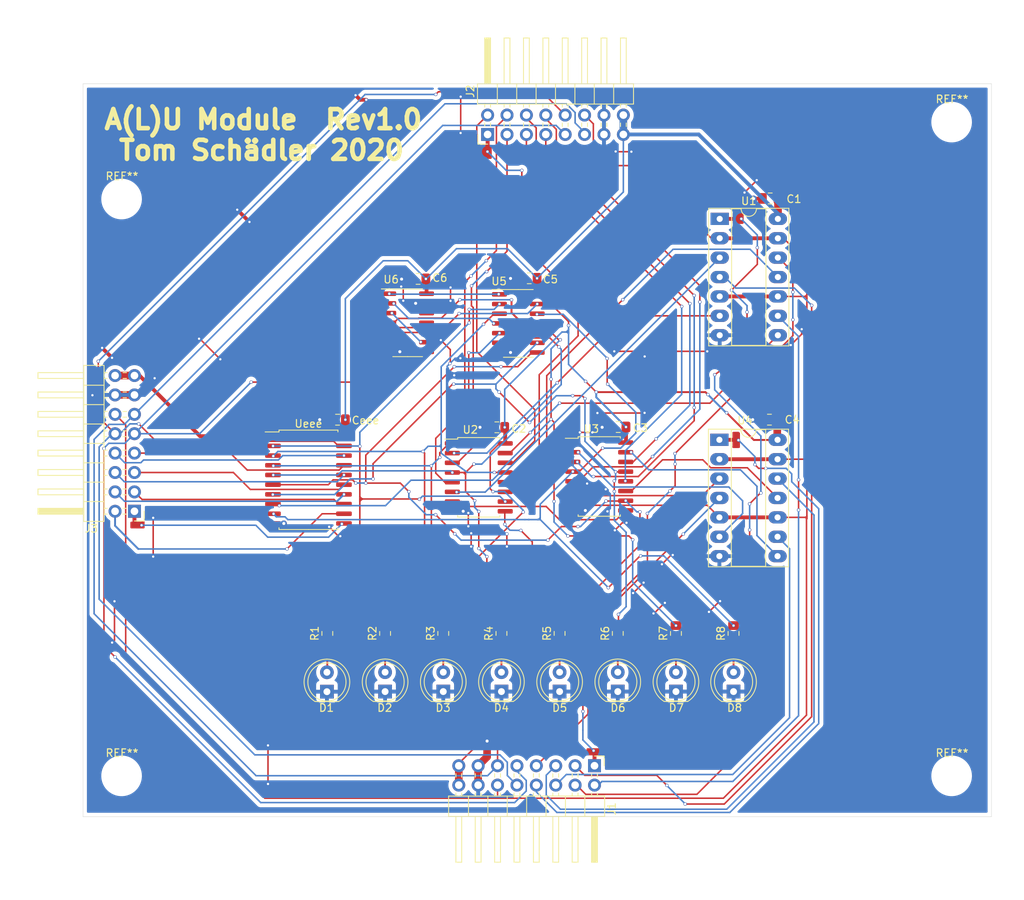
<source format=kicad_pcb>
(kicad_pcb (version 20201220) (generator pcbnew)
  (layers (0 "F.Cu" signal) (31 "B.Cu" signal) (34 "B.Paste" user) (35 "F.Paste" user) (36 "B.SilkS" user "B.Silkscreen") (37 "F.SilkS" user "F.Silkscreen") (38 "B.Mask" user) (39 "F.Mask" user) (44 "Edge.Cuts" user))
  (net 0 "")
  (net 1 "GND")
  (net 2 "+5V")
  (net 3 "SU")
  (net 4 "CARRY")
  (net 5 "~EO")
  (net 6 "ZERO")
  (net 7 "D7")
  (net 8 "D6")
  (net 9 "D5")
  (net 10 "D4")
  (net 11 "D3")
  (net 12 "D2")
  (net 13 "D1")
  (net 14 "D0")
  (net 15 "REGB0")
  (net 16 "REGB1")
  (net 17 "REGB2")
  (net 18 "REGB3")
  (net 19 "REGB4")
  (net 20 "REGB5")
  (net 21 "REGB6")
  (net 22 "REGB7")
  (net 23 "RA0")
  (net 24 "RA1")
  (net 25 "RA2")
  (net 26 "RA3")
  (net 27 "RA4")
  (net 28 "RA5")
  (net 29 "RA6")
  (net 30 "RA7")
  (net 31 "ALU3")
  (net 32 "ALU2")
  (net 33 "ALU1")
  (net 34 "ALU0")
  (net 35 "BAI5")
  (net 36 "BAI7")
  (net 37 "BAI4")
  (net 38 "BAI6")
  (net 39 "BAI2")
  (net 40 "BAI3")
  (net 41 "BAI0")
  (net 42 "BAI1")
  (net 43 "Net-(U5-Pad13)")
  (net 44 "Net-(U5-Pad10)")
  (net 45 "Net-(U5-Pad4)")
  (net 46 "Net-(U5-Pad1)")
  (net 47 "Net-(U6-Pad10)")
  (net 48 "Net-(U6-Pad3)")
  (net 49 "Net-(D1-Pad2)")
  (net 50 "Net-(D2-Pad2)")
  (net 51 "Net-(D3-Pad2)")
  (net 52 "Net-(D4-Pad2)")
  (net 53 "Net-(D5-Pad2)")
  (net 54 "Net-(D6-Pad2)")
  (net 55 "Net-(D7-Pad2)")
  (net 56 "Net-(D8-Pad2)")
  (net 57 "Net-(U2-Pad7)")
  (net 58 "Net-(U6-Pad11)")
  (net 59 "ALU7")
  (net 60 "ALU6")
  (net 61 "ALU5")
  (net 62 "ALU4")
  (footprint "MountingHole:MountingHole_4.3mm_M4" (layer "F.Cu") (at 134.78 124.66)
    (fp_text reference "REF**")
    (fp_text value "MountingHole_4.3mm_M4")
  )
  (footprint "MountingHole:MountingHole_4.3mm_M4" (layer "F.Cu") (at 134.78 39.02)
    (fp_text reference "REF**")
    (fp_text value "MountingHole_4.3mm_M4")
  )
  (footprint "Package_DIP:DIP-14_W7.62mm_Socket_LongPads" (layer "F.Cu") (at 104.36 80.64)
    (fp_text reference "U4")
    (fp_text value "74LS86")
  )
  (footprint "Resistor_SMD:R_0805_2012Metric_Pad1.15x1.40mm_HandSolder" (layer "F.Cu") (at 53 106 90)
    (fp_text reference "R1")
    (fp_text value "R")
  )
  (footprint "Capacitor_SMD:C_0805_2012Metric_Pad1.15x1.40mm_HandSolder" (layer "F.Cu") (at 64.8882 59.5584 180)
    (fp_text reference "C6")
    (fp_text value "C")
  )
  (footprint "LED_THT:LED_D5.0mm" (layer "F.Cu") (at 60.5692 113.62 90)
    (fp_text reference "D2")
    (fp_text value "LED")
  )
  (footprint "LED_THT:LED_D5.0mm" (layer "F.Cu") (at 91.0492 113.62 90)
    (fp_text reference "D6")
    (fp_text value "LED")
  )
  (footprint "MountingHole:MountingHole_4.3mm_M4" (layer "F.Cu") (at 26.05 124.66)
    (fp_text reference "REF**")
    (fp_text value "MountingHole_4.3mm_M4")
  )
  (footprint "Connector_PinHeader_2.54mm:PinHeader_2x08_P2.54mm_Horizontal" (layer "F.Cu") (at 27.7368 90 180)
    (fp_text reference "J3")
    (fp_text value "Conn_02x08_Counter_Clockwise")
  )
  (footprint "Package_SO:SO-16_5.3x10.2mm_P1.27mm" (layer "F.Cu") (at 72.84 85.5552)
    (fp_text reference "U2")
    (fp_text value "74LS283")
  )
  (footprint "Package_SO:SOIC-14_3.9x8.7mm_P1.27mm" (layer "F.Cu") (at 63.525 65.31)
    (fp_text reference "U6")
    (fp_text value "74LS08")
  )
  (footprint "LED_THT:LED_D5.0mm" (layer "F.Cu") (at 75.8092 113.62 90)
    (fp_text reference "D4")
    (fp_text value "LED")
  )
  (footprint "LED_THT:LED_D5.0mm" (layer "F.Cu") (at 98.6692 113.62 90)
    (fp_text reference "D7")
    (fp_text value "LED")
  )
  (footprint "Package_DIP:DIP-14_W7.62mm_Socket_LongPads" (layer "F.Cu") (at 104.4 51.7)
    (fp_text reference "U1")
    (fp_text value "74LS86")
  )
  (footprint "Package_SO:SOIC-14_3.9x8.7mm_P1.27mm" (layer "F.Cu") (at 78.0212 65.392)
    (fp_text reference "U5")
    (fp_text value "74LS02")
  )
  (footprint "Capacitor_SMD:C_0805_2012Metric_Pad1.15x1.40mm_HandSolder" (layer "F.Cu") (at 111.015 49.02 180)
    (fp_text reference "C1")
    (fp_text value "C")
  )
  (footprint "Capacitor_SMD:C_0805_2012Metric_Pad1.15x1.40mm_HandSolder" (layer "F.Cu") (at 91.1 78.96 180)
    (fp_text reference "C3")
    (fp_text value "C")
  )
  (footprint "Package_SO:SOIC-20W_7.5x12.8mm_P1.27mm" (layer "F.Cu") (at 50.53 85.88)
    (fp_text reference "Ueee")
    (fp_text value "74LS245")
  )
  (footprint "Connector_PinHeader_2.54mm:PinHeader_2x08_P2.54mm_Horizontal" (layer "F.Cu") (at 74 40.64 90)
    (fp_text reference "J2")
    (fp_text value "Conn_02x08_Counter_Clockwise")
  )
  (footprint "Package_SO:SO-16_5.3x10.2mm_P1.27mm" (layer "F.Cu") (at 88.62125 85.44375)
    (fp_text reference "U3")
    (fp_text value "74LS283")
  )
  (footprint "Resistor_SMD:R_0805_2012Metric_Pad1.15x1.40mm_HandSolder" (layer "F.Cu") (at 98.6692 106 90)
    (fp_text reference "R7")
    (fp_text value "R")
  )
  (footprint "LED_THT:LED_D5.0mm" (layer "F.Cu") (at 106.213 113.62 90)
    (fp_text reference "D8")
    (fp_text value "LED")
  )
  (footprint "Resistor_SMD:R_0805_2012Metric_Pad1.15x1.40mm_HandSolder" (layer "F.Cu") (at 106.213 106 90)
    (fp_text reference "R8")
    (fp_text value "R")
  )
  (footprint "MountingHole:MountingHole_4.3mm_M4" (layer "F.Cu") (at 26.05 49.1)
    (fp_text reference "REF**")
    (fp_text value "MountingHole_4.3mm_M4")
  )
  (footprint "Resistor_SMD:R_0805_2012Metric_Pad1.15x1.40mm_HandSolder" (layer "F.Cu") (at 75.8092 106 90)
    (fp_text reference "R4")
    (fp_text value "R")
  )
  (footprint "Connector_PinHeader_2.54mm:PinHeader_2x08_P2.54mm_Horizontal" (layer "F.Cu") (at 88 123.3316 -90)
    (fp_text reference "J1")
    (fp_text value "Conn_02x08_Counter_Clockwise")
  )
  (footprint "LED_THT:LED_D5.0mm" (layer "F.Cu") (at 52.9492 113.6335 90)
    (fp_text reference "D1")
    (fp_text value "LED")
  )
  (footprint "LED_THT:LED_D5.0mm" (layer "F.Cu") (at 83.4292 113.62 90)
    (fp_text reference "D5")
    (fp_text value "LED")
  )
  (footprint "Resistor_SMD:R_0805_2012Metric_Pad1.15x1.40mm_HandSolder" (layer "F.Cu") (at 83.4292 106 90)
    (fp_text reference "R5")
    (fp_text value "R")
  )
  (footprint "Capacitor_SMD:C_0805_2012Metric_Pad1.15x1.40mm_HandSolder" (layer "F.Cu") (at 75.21 79 180)
    (fp_text reference "C2")
    (fp_text value "C")
  )
  (footprint "Resistor_SMD:R_0805_2012Metric_Pad1.15x1.40mm_HandSolder" (layer "F.Cu") (at 91.0492 106 90)
    (fp_text reference "R6")
    (fp_text value "R")
  )
  (footprint "Capacitor_SMD:C_0805_2012Metric_Pad1.15x1.40mm_HandSolder" (layer "F.Cu") (at 110.915 78 180)
    (fp_text reference "C4")
    (fp_text value "C")
  )
  (footprint "Resistor_SMD:R_0805_2012Metric_Pad1.15x1.40mm_HandSolder" (layer "F.Cu") (at 60.5692 106 90)
    (fp_text reference "R2")
    (fp_text value "R")
  )
  (footprint "LED_THT:LED_D5.0mm" (layer "F.Cu") (at 68.1892 113.62 90)
    (fp_text reference "D3")
    (fp_text value "LED")
  )
  (footprint "Capacitor_SMD:C_0805_2012Metric_Pad1.15x1.40mm_HandSolder" (layer "F.Cu") (at 54.34 78.006 180)
    (fp_text reference "Ceee")
    (fp_text value "C")
  )
  (footprint "Capacitor_SMD:C_0805_2012Metric_Pad1.15x1.40mm_HandSolder" (layer "F.Cu") (at 79.45 59.48 180)
    (fp_text reference "C5")
    (fp_text value "C")
  )
  (footprint "Resistor_SMD:R_0805_2012Metric_Pad1.15x1.40mm_HandSolder" (layer "F.Cu") (at 68.1892 106 90)
    (fp_text reference "R3")
    (fp_text value "R")
  )
  (gr_line (start 21 130) (end 21 34) (layer "Edge.Cuts") (width 0.05))
  (gr_line (start 21 34) (end 140 34) (layer "Edge.Cuts") (width 0.05))
  (gr_line (start 140 130) (end 21 130) (layer "Edge.Cuts") (width 0.05))
  (gr_line (start 140 34) (end 140 130) (layer "Edge.Cuts") (width 0.05))
  (gr_text "A(L)U Module  Rev1.0\n Tom Schädler 2020\n" (at 23.5 40.7) (layer "F.SilkS") (effects (font (size 2.5 2.5) (thickness 0.6)) (justify left)))
  (segment (start 90.8 42.9) (end 90.77 42.87) (width 0.2) (layer "F.Cu") (net 1))
  (segment (start 69.14 62.44) (end 69.14 60.68) (width 0.2) (layer "F.Cu") (net 1))
  (segment (start 94.57 69.72) (end 94.57 69.26) (width 0.2) (layer "F.Cu") (net 1))
  (segment (start 113.71 68.23) (end 115.14 66.8) (width 0.2) (layer "F.Cu") (net 1))
  (segment (start 74.185 79) (end 73 79) (width 0.5) (layer "F.Cu") (net 1))
  (segment (start 25.12 101.79) (end 25.12 106.89) (width 0.2) (layer "F.Cu") (net 1))
  (segment (start 104.4 101.77) (end 104.45 101.77) (width 0.2) (layer "F.Cu") (net 1))
  (segment (start 76.998 69.202) (end 77 69.2) (width 0.5) (layer "F.Cu") (net 1))
  (segment (start 76.52 92.97) (end 76.52 94.62) (width 0.2) (layer "F.Cu") (net 1))
  (segment (start 85.15875 89.88875) (end 86.78875 89.88875) (width 0.5) (layer "F.Cu") (net 1))
  (segment (start 24.8 69.9) (end 23.5 68.6) (width 0.5) (layer "F.Cu") (net 1))
  (segment (start 66 62.77) (end 64.58 62.77) (width 0.5) (layer "F.Cu") (net 1))
  (segment (start 27.7368 74.76) (end 25.1968 74.76) (width 1) (layer "F.Cu") (net 1))
  (segment (start 86.78875 89.88875) (end 86.8 89.9) (width 0.5) (layer "F.Cu") (net 1))
  (segment (start 94.54 77.13) (end 94.56 77.11) (width 0.2) (layer "F.Cu") (net 1))
  (segment (start 30.19 90.86) (end 30.19 95.94) (width 0.2) (layer "F.Cu") (net 1))
  (segment (start 71.84 92.89) (end 71.85 92.88) (width 0.2) (layer "F.Cu") (net 1))
  (segment (start 90.59 69.05) (end 94.34 69.05) (width 0.2) (layer "F.Cu") (net 1))
  (segment (start 52.006 78.006) (end 52 78) (width 0.5) (layer "F.Cu") (net 1))
  (segment (start 87.705 79.665) (end 87.71 79.67) (width 0.2) (layer "F.Cu") (net 1))
  (segment (start 102.99 103.18) (end 104.4 101.77) (width 0.2) (layer "F.Cu") (net 1))
  (segment (start 94.57 69.26) (end 94.57 69.13) (width 0.2) (layer "F.Cu") (net 1))
  (segment (start 97.22 102) (end 97.18 102) (width 0.2) (layer "F.Cu") (net 1))
  (segment (start 94.55 69.26) (end 94.34 69.05) (width 0.2) (layer "F.Cu") (net 1))
  (segment (start 62.95 62.42) (end 62.95 60.83) (width 0.2) (layer "F.Cu") (net 1))
  (segment (start 94.49 69.05) (end 94.75 69.05) (width 0.2) (layer "F.Cu") (net 1))
  (segment (start 42.8 52.1) (end 41.2 50.5) (width 0.5) (layer "F.Cu") (net 1))
  (segment (start 91.64 91.51) (end 90.66 92.49) (width 0.2) (layer "F.Cu") (net 1))
  (segment (start 109.25 46.65) (end 109.25 46.63) (width 0.2) (layer "F.Cu") (net 1))
  (segment (start 75.5462 69.202) (end 76.998 69.202) (width 0.5) (layer "F.Cu") (net 1))
  (segment (start 71.47 91.97) (end 71.47 90.22) (width 0.2) (layer "F.Cu") (net 1))
  (segment (start 62.48 69.12) (end 62.5 69.1) (width 0.5) (layer "F.Cu") (net 1))
  (segment (start 98.04 95.73) (end 96.83 96.94) (width 0.2) (layer "F.Cu") (net 1))
  (segment (start 57.3 36.1) (end 56.7 35.5) (width 0.5) (layer "F.Cu") (net 1))
  (segment (start 54.7 93.26) (end 54.46 93.26) (width 0.2) (layer "F.Cu") (net 1))
  (segment (start 98.25 95.73) (end 98.04 95.73) (width 0.2) (layer "F.Cu") (net 1))
  (segment (start 64.58 62.77) (end 64.57 62.76) (width 0.5) (layer "F.Cu") (net 1))
  (segment (start 36.29 67.4) (end 36.2 67.4) (width 0.2) (layer "F.Cu") (net 1))
  (segment (start 58.1 36.1) (end 57.3 36.1) (width 0.5) (layer "F.Cu") (net 1))
  (segment (start 93.05 100.71) (end 93.07 100.71) (width 0.2) (layer "F.Cu") (net 1))
  (segment (start 70.7998 90.0002) (end 70.8 90) (width 0.5) (layer "F.Cu") (net 1))
  (segment (start 115.14 66.8) (end 115.14 66.15) (width 0.2) (layer "F.Cu") (net 1))
  (segment (start 38.98 70.09) (end 36.29 67.4) (width 0.2) (layer "F.Cu") (net 1))
  (segment (start 97.18 102) (end 95.8 103.38) (width 0.2) (layer "F.Cu") (net 1))
  (segment (start 72.76 123.3316) (end 73.93 122.1616) (width 1) (layer "F.Cu") (net 1))
  (segment (start 94.57 69.26) (end 94.55 69.26) (width 0.2) (layer "F.Cu") (net 1))
  (segment (start 75.098 113.62) (end 75.8092 113.62) (width 0.25) (layer "F.Cu") (net 1))
  (segment (start 93.07 100.71) (end 94.43 99.35) (width 0.2) (layer "F.Cu") (net 1))
  (segment (start 25.12 106.89) (end 24.81 107.2) (width 0.2) (layer "F.Cu") (net 1))
  (segment (start 94.75 69.05) (end 102.77 69.05) (width 0.2) (layer "F.Cu") (net 1))
  (segment (start 72.76 125.8716) (end 72.76 123.3316) (width 1) (layer "F.Cu") (net 1))
  (segment (start 92.83 42.9) (end 90.8 42.9) (width 0.2) (layer "F.Cu") (net 1))
  (segment (start 61.05 69.12) (end 62.48 69.12) (width 0.5) (layer "F.Cu") (net 1))
  (segment (start 71.84 94.63) (end 71.84 92.89) (width 0.2) (layer "F.Cu") (net 1))
  (segment (start 69.11 68.82) (end 67.87 67.58) (width 0.2) (layer "F.Cu") (net 1))
  (segment (start 94.57 69.23) (end 94.75 69.05) (width 0.2) (layer "F.Cu") (net 1))
  (segment (start 92.19 91.51) (end 91.64 91.51) (width 0.2) (layer "F.Cu") (net 1))
  (segment (start 110.02 49.05) (end 108.85 49.05) (width 0.5) (layer "F.Cu") (net 1))
  (segment (start 109.89 78) (end 108.72 78) (width 0.5) (layer "F.Cu") (net 1))
  (segment (start 90.17 79) (end 89 79) (width 0.5) (layer "F.Cu") (net 1))
  (segment (start 73.93 122.1616) (end 73.93 120.1) (width 1) (layer "F.Cu") (net 1))
  (segment (start 94.57 69.13) (end 94.49 69.05) (width 0.2) (layer "F.Cu") (net 1))
  (segment (start 69.3775 90.0002) (end 70.7998 90.0002) (width 0.5) (layer "F.Cu") (net 1))
  (segment (start 95.8 103.38) (end 95.73 103.38) (width 0.2) (layer "F.Cu") (net 1))
  (segment (start 78.425 59.48) (end 77.02 59.48) (width 0.5) (layer "F.Cu") (net 1))
  (segment (start 94.34 69.05) (end 94.49 69.05) (width 0.2) (layer "F.Cu") (net 1))
  (segment (start 66 64.04) (end 66 62.77) (width 0.5) (layer "F.Cu") (net 1))
  (segment (start 62.95 60.83) (end 62.68 60.56) (width 0.2) (layer "F.Cu") (net 1))
  (segment (start 69.11 70.59) (end 69.11 68.82) (width 0.2) (layer "F.Cu") (net 1))
  (segment (start 86.075 79.665) (end 87.705 79.665) (width 0.2) (layer "F.Cu") (net 1))
  (segment (start 54.46 93.26) (end 53.24 92.04) (width 0.2) (layer "F.Cu") (net 1))
  (segment (start 94.57 69.26) (end 94.57 69.23) (width 0.2) (layer "F.Cu") (net 1))
  (segment (start 107.65 48.25) (end 109.25 46.65) (width 0.2) (layer "F.Cu") (net 1))
  (segment (start 77.02 59.48) (end 77 59.5) (width 0.5) (layer "F.Cu") (net 1))
  (segment (start 45.23 125.72) (end 45.23 120.67) (width 0.2) (layer "F.Cu") (net 1))
  (segment (start 53.315 78.006) (end 52.006 78.006) (width 0.5) (layer "F.Cu") (net 1))
  (segment (start 88.38 77.13) (end 94.54 77.13) (width 0.2) (layer "F.Cu") (net 1))
  (segment (start 45.88 91.595) (end 47.295 91.595) (width 0.5) (layer "F.Cu") (net 1))
  (segment (start 47.295 91.595) (end 47.3 91.6) (width 0.5) (layer "F.Cu") (net 1))
  (segment (start 64.1632 59.5884) (end 62.7282 59.5884) (width 0.5) (layer "F.Cu") (net 1))
  (segment (start 70.47 40.44) (end 70.46 40.45) (width 0.2) (layer "F.Cu") (net 1))
  (segment (start 70.47 35.69) (end 70.47 40.44) (width 0.2) (layer "F.Cu") (net 1))
  (segment (start 69.05 70.65) (end 69.11 70.59) (width 0.2) (layer "F.Cu") (net 1))
  (via (at 30.38 72.57) (size 0.43) (drill 0.3) (layers "F.Cu" "B.Cu") (net 1))
  (via (at 30.19 95.94) (size 0.43) (drill 0.3) (layers "F.Cu" "B.Cu") (net 1))
  (via (at 73.93 120.1) (size 0.8) (drill 0.4) (layers "F.Cu" "B.Cu") (net 1))
  (via (at 53.24 92.04) (size 0.43) (drill 0.3) (layers "F.Cu" "B.Cu") (net 1))
  (via (at 86.8 89.9) (size 0.8) (drill 0.4) (layers "F.Cu" "B.Cu") (net 1))
  (via (at 87.71 79.67) (size 0.43) (drill 0.3) (layers "F.Cu" "B.Cu") (net 1))
  (via (at 45.23 125.72) (size 0.43) (drill 0.3) (layers "F.Cu" "B.Cu") (net 1))
  (via (at 77 69.2) (size 0.8) (drill 0.4) (layers "F.Cu" "B.Cu") (net 1))
  (via (at 52 78) (size 0.8) (drill 0.4) (layers "F.Cu" "B.Cu") (net 1))
  (via (at 62.7282 59.5884) (size 0.8) (drill 0.4) (layers "F.Cu" "B.Cu") (net 1))
  (via (at 109.25 46.63) (size 0.43) (drill 0.3) (layers "F.Cu" "B.Cu") (net 1))
  (via (at 113.71 68.23) (size 0.43) (drill 0.3) (layers "F.Cu" "B.Cu") (net 1))
  (via (at 94.57 69.72) (size 0.43) (drill 0.3) (layers "F.Cu" "B.Cu") (net 1))
  (via (at 90.66 92.49) (size 0.43) (drill 0.3) (layers "F.Cu" "B.Cu") (net 1))
  (via (at 36.2 67.4) (size 0.43) (drill 0.3) (layers "F.Cu" "B.Cu") (net 1))
  (via (at 104.45 101.77) (size 0.43) (drill 0.3) (layers "F.Cu" "B.Cu") (net 1))
  (via (at 115.14 66.15) (size 0.43) (drill 0.3) (layers "F.Cu" "B.Cu") (net 1))
  (via (at 88.38 77.13) (size 0.43) (drill 0.3) (layers "F.Cu" "B.Cu") (net 1))
  (via (at 94.56 77.11) (size 0.43) (drill 0.3) (layers "F.Cu" "B.Cu") (net 1))
  (via (at 70.46 40.45) (size 0.43) (drill 0.3) (layers "F.Cu" "B.Cu") (net 1))
  (via (at 38.98 70.09) (size 0.43) (drill 0.3) (layers "F.Cu" "B.Cu") (net 1))
  (via (at 47.3 91.6) (size 0.8) (drill 0.4) (layers "F.Cu" "B.Cu") (net 1))
  (via (at 98.25 95.73) (size 0.43) (drill 0.3) (layers "F.Cu" "B.Cu") (net 1))
  (via (at 24.81 107.2) (size 0.43) (drill 0.3) (layers "F.Cu" "B.Cu") (net 1))
  (via (at 71.85 92.88) (size 0.43) (drill 0.3) (layers "F.Cu" "B.Cu") (net 1))
  (via (at 95.73 103.38) (size 0.43) (drill 0.3) (layers "F.Cu" "B.Cu") (net 1))
  (via (at 45.23 120.67) (size 0.43) (drill 0.3) (layers "F.Cu" "B.Cu") (net 1))
  (via (at 92.19 91.51) (size 0.43) (drill 0.3) (layers "F.Cu" "B.Cu") (net 1))
  (via (at 41.2 50.5) (size 0.43) (drill 0.3) (layers "F.Cu" "B.Cu") (net 1))
  (via (at 70.47 35.69) (size 0.43) (drill 0.3) (layers "F.Cu" "B.Cu") (net 1))
  (via (at 62.5 69.1) (size 0.8) (drill 0.4) (layers "F.Cu" "B.Cu") (net 1))
  (via (at 54.7 93.26) (size 0.43) (drill 0.3) (layers "F.Cu" "B.Cu") (net 1))
  (via (at 71.47 91.97) (size 0.43) (drill 0.3) (layers "F.Cu" "B.Cu") (net 1))
  (via (at 102.99 103.18) (size 0.43) (drill 0.3) (layers "F.Cu" "B.Cu") (net 1))
  (via (at 25.12 101.79) (size 0.43) (drill 0.3) (layers "F.Cu" "B.Cu") (net 1))
  (via (at 69.14 62.44) (size 0.43) (drill 0.3) (layers "F.Cu" "B.Cu") (net 1))
  (via (at 73 79) (size 0.8) (drill 0.4) (layers "F.Cu" "B.Cu") (net 1))
  (via (at 92.83 42.9) (size 0.43) (drill 0.3) (layers "F.Cu" "B.Cu") (net 1))
  (via (at 64.57 62.76) (size 0.8) (drill 0.4) (layers "F.Cu" "B.Cu") (net 1))
  (via (at 70.8 90) (size 0.8) (drill 0.4) (layers "F.Cu" "B.Cu") (net 1))
  (via (at 89.69 90.01) (size 0.43) (drill 0.3) (layers "F.Cu" "B.Cu") (net 1))
  (via (at 76.52 92.97) (size 0.43) (drill 0.3) (layers "F.Cu" "B.Cu") (net 1))
  (via (at 86.075 79.665) (size 0.43) (drill 0.3) (layers "F.Cu" "B.Cu") (net 1))
  (via (at 69.62 72.19) (size 0.43) (drill 0.3) (layers "F.Cu" "B.Cu") (net 1))
  (via (at 70.43 69.95) (size 0.43) (drill 0.3) (layers "F.Cu" "B.Cu") (net 1))
  (via (at 69.14 60.68) (size 0.43) (drill 0.3) (layers "F.Cu" "B.Cu") (net 1))
  (via (at 77 59.5) (size 0.8) (drill 0.4) (layers "F.Cu" "B.Cu") (net 1))
  (via (at 96.83 96.94) (size 0.43) (drill 0.3) (layers "F.Cu" "B.Cu") (net 1))
  (via (at 30.19 90.86) (size 0.43) (drill 0.3) (layers "F.Cu" "B.Cu") (net 1))
  (via (at 23.5 68.6) (size 0.43) (drill 0.3) (layers "F.Cu" "B.Cu") (net 1))
  (via (at 71.47 90.22) (size 0.43) (drill 0.3) (layers "F.Cu" "B.Cu") (net 1))
  (via (at 76.52 94.62) (size 0.43) (drill 0.3) (layers "F.Cu" "B.Cu") (net 1))
  (via (at 107.65 48.25) (size 0.43) (drill 0.3) (layers "F.Cu" "B.Cu") (net 1))
  (via (at 102.77 69.05) (size 0.43) (drill 0.3) (layers "F.Cu" "B.Cu") (net 1))
  (via (at 42.8 52.1) (size 0.43) (drill 0.3) (layers "F.Cu" "B.Cu") (net 1))
  (via (at 108.72 78) (size 0.8) (drill 0.4) (layers "F.Cu" "B.Cu") (net 1))
  (via (at 108.85 49.05) (size 0.8) (drill 0.4) (layers "F.Cu" "B.Cu") (net 1))
  (via (at 89 79) (size 0.8) (drill 0.4) (layers "F.Cu" "B.Cu") (net 1))
  (via (at 62.95 62.42) (size 0.43) (drill 0.3) (layers "F.Cu" "B.Cu") (net 1))
  (via (at 87.03 86.37) (size 0.43) (drill 0.3) (layers "F.Cu" "B.Cu") (net 1))
  (via (at 69.05 70.65) (size 0.43) (drill 0.3) (layers "F.Cu" "B.Cu") (net 1))
  (via (at 71.84 94.63) (size 0.43) (drill 0.3) (layers "F.Cu" "B.Cu") (net 1))
  (via (at 24.8 69.9) (size 0.43) (drill 0.3) (layers "F.Cu" "B.Cu") (net 1))
  (via (at 67.87 67.58) (size 0.43) (drill 0.3) (layers "F.Cu" "B.Cu") (net 1))
  (via (at 90.59 69.05) (size 0.43) (drill 0.3) (layers "F.Cu" "B.Cu") (net 1))
  (via (at 94.43 99.35) (size 0.43) (drill 0.3) (layers "F.Cu" "B.Cu") (net 1))
  (via (at 58.1 36.1) (size 0.43) (drill 0.3) (layers "F.Cu" "B.Cu") (net 1))
  (via (at 62.68 60.56) (size 0.43) (drill 0.3) (layers "F.Cu" "B.Cu") (net 1))
  (via (at 97.22 102) (size 0.43) (drill 0.3) (layers "F.Cu" "B.Cu") (net 1))
  (via (at 93.05 100.71) (size 0.43) (drill 0.3) (layers "F.Cu" "B.Cu") (net 1))
  (via (at 90.77 42.87) (size 0.43) (drill 0.3) (layers "F.Cu" "B.Cu") (net 1))
  (via (at 56.7 35.5) (size 0.43) (drill 0.3) (layers "F.Cu" "B.Cu") (net 1))
  (via (at 89.47 87.12) (size 0.43) (drill 0.3) (layers "F.Cu" "B.Cu") (net 1))
  (via (at 22.23 74.8) (size 0.43) (drill 0.3) (layers "F.Cu" "B.Cu") (net 1))
  (segment (start 69.75 69.95) (end 70.43 69.95) (width 0.2) (layer "B.Cu") (net 1))
  (segment (start 68.7 71.27) (end 68.7 71) (width 0.2) (layer "B.Cu") (net 1))
  (segment (start 69.05 70.65) (end 69.75 69.95) (width 0.2) (layer "B.Cu") (net 1))
  (segment (start 69.62 72.19) (end 68.7 71.27) (width 0.2) (layer "B.Cu") (net 1))
  (segment (start 94.56 77.11) (end 94.56 69.73) (width 0.2) (layer "B.Cu") (net 1))
  (segment (start 90.07 87.96) (end 90.07 87.72) (width 0.2) (layer "B.Cu") (net 1))
  (segment (start 25.1568 74.8) (end 25.1968 74.76) (width 0.2) (layer "B.Cu") (net 1))
  (segment (start 85.2 84.09) (end 85.2 80.54) (width 0.2) (layer "B.Cu") (net 1))
  (segment (start 87.03 86.37) (end 87.03 85.92) (width 0.2) (layer "B.Cu") (net 1))
  (segment (start 89.69 90.01) (end 89.69 89.59) (width 0.2) (layer "B.Cu") (net 1))
  (segment (start 94.56 69.73) (end 94.57 69.72) (width 0.2) (layer "B.Cu") (net 1))
  (segment (start 90.07 87.72) (end 89.47 87.12) (width 0.2) (layer "B.Cu") (net 1))
  (segment (start 90.07 89.63) (end 89.69 90.01) (width 0.2) (layer "B.Cu") (net 1))
  (segment (start 90.07 87.96) (end 90.07 89.63) (width 0.2) (layer "B.Cu") (net 1))
  (segment (start 28.19 74.76) (end 30.38 72.57) (width 1) (layer "B.Cu") (net 1))
  (segment (start 85.2 80.54) (end 86.075 79.665) (width 0.2) (layer "B.Cu") (net 1))
  (segment (start 86.075 79.665) (end 86.09 79.65) (width 0.2) (layer "B.Cu") (net 1))
  (segment (start 87.03 85.92) (end 85.2 84.09) (width 0.2) (layer "B.Cu") (net 1))
  (segment (start 22.23 74.8) (end 25.1568 74.8) (width 0.2) (layer "B.Cu") (net 1))
  (segment (start 68.7 71) (end 69.05 70.65) (width 0.2) (layer "B.Cu") (net 1))
  (segment (start 27.7368 74.76) (end 28.19 74.76) (width 0.2) (layer "B.Cu") (net 1))
  (segment (start 81.022 61.582) (end 80.4962 61.582) (width 0.25) (layer "F.Cu") (net 2))
  (segment (start 108.87 80.66) (end 111.96 80.66) (width 0.25) (layer "F.Cu") (net 2))
  (segment (start 102.53 74.39) (end 102.85 74.71) (width 0.25) (layer "F.Cu") (net 2))
  (segment (start 70.22 123.04) (end 72.53 120.73) (width 0.2) (layer "F.Cu") (net 2))
  (segment (start 112.04 51.68) (end 112.02 51.7) (width 1) (layer "F.Cu") (net 2))
  (segment (start 45.88 80.165) (end 36.335 80.165) (width 0.5) (layer "F.Cu") (net 2))
  (segment (start 28.39 72.22) (end 27.7368 72.22) (width 0.5) (layer "F.Cu") (net 2))
  (segment (start 111.96 80.66) (end 111.98 80.64) (width 0.25) (layer "F.Cu") (net 2))
  (segment (start 66 61.5) (end 66 59.6452) (width 0.5) (layer "F.Cu") (net 2))
  (segment (start 92.125 78.96) (end 92.125 80.9575) (width 0.5) (layer "F.Cu") (net 2))
  (segment (start 80.475 61.5608) (end 80.4962 61.582) (width 0.5) (layer "F.Cu") (net 2))
  (segment (start 88.23 74.39) (end 102.53 74.39) (width 0.25) (layer "F.Cu") (net 2))
  (segment (start 76.3025 81.1102) (end 75.5598 81.1102) (width 0.2) (layer "F.Cu") (net 2))
  (segment (start 86.83 72.99) (end 88.23 74.39) (width 0.2) (layer "F.Cu") (net 2))
  (segment (start 55.365 78.006) (end 55.365 79.98) (width 0.5) (layer "F.Cu") (net 2))
  (segment (start 84.6 65.16) (end 81.022 61.582) (width 0.2) (layer "F.Cu") (net 2))
  (segment (start 66 59.6452) (end 65.9132 59.5584) (width 0.5) (layer "F.Cu") (net 2))
  (segment (start 105.3 77.09) (end 108.87 80.66) (width 0.25) (layer "F.Cu") (net 2))
  (segment (start 45.205 80.165) (end 45.88 80.165) (width 0.2) (layer "F.Cu") (net 2))
  (segment (start 70.22 123.3316) (end 70.22 123.04) (width 0.25) (layer "F.Cu") (net 2))
  (segment (start 55.365 79.98) (end 55.18 80.165) (width 0.5) (layer "F.Cu") (net 2))
  (segment (start 72.53 120.73) (end 72.53 96.23) (width 0.2) (layer "F.Cu") (net 2))
  (segment (start 84.6 65.66) (end 84.6 65.16) (width 0.2) (layer "F.Cu") (net 2))
  (segment (start 111.94 78) (end 111.94 80.6) (width 1) (layer "F.Cu") (net 2))
  (segment (start 55.18 80.165) (end 45.88 80.165) (width 0.5) (layer "F.Cu") (net 2))
  (segment (start 111.94 80.6) (end 111.98 80.64) (width 1) (layer "F.Cu") (net 2))
  (segment (start 75.914956 81.1102) (end 76.3025 81.1102) (width 0.25) (layer "F.Cu") (net 2))
  (segment (start 112.04 49.02) (end 112.04 51.68) (width 1) (layer "F.Cu") (net 2))
  (segment (start 25.1968 72.22) (end 27.7368 72.22) (width 1) (layer "F.Cu") (net 2))
  (segment (start 74.34 87.06) (end 74.700001 87.420001) (width 0.2) (layer "F.Cu") (net 2))
  (segment (start 36.335 80.165) (end 28.39 72.22) (width 0.5) (layer "F.Cu") (net 2))
  (segment (start 72.53 96.23) (end 78.66 90.1) (width 0.2) (layer "F.Cu") (net 2))
  (segment (start 92.0225 79.0625) (end 92.125 78.96) (width 1) (layer "F.Cu") (net 2))
  (segment (start 80.475 59.48) (end 80.475 61.5608) (width 0.5) (layer "F.Cu") (net 2))
  (segment (start 76.3025 79.0675) (end 76.235 79) (width 0.5) (layer "F.Cu") (net 2))
  (segment (start 75.5598 81.1102) (end 74.34 82.33) (width 0.2) (layer "F.Cu") (net 2))
  (segment (start 70.22 123.3316) (end 70.22 125.8716) (width 1) (layer "F.Cu") (net 2))
  (segment (start 76.3025 81.1102) (end 76.3025 79.0675) (width 0.5) (layer "F.Cu") (net 2))
  (segment (start 92.125 80.9575) (end 92.08375 80.99875) (width 0.2) (layer "F.Cu") (net 2))
  (segment (start 74.34 82.33) (end 74.34 87.06) (width 0.2) (layer "F.Cu") (net 2))
  (via (at 102.85 74.71) (size 0.43) (drill 0.3) (layers "F.Cu" "B.Cu") (net 2))
  (via (at 76.235 79) (size 0.43) (drill 0.3) (layers "F.Cu" "B.Cu") (net 2))
  (via (at 105.3 77.09) (size 0.43) (drill 0.3) (layers "F.Cu" "B.Cu") (net 2))
  (via (at 80.475 59.48) (size 0.43) (drill 0.3) (layers "F.Cu" "B.Cu") (net 2))
  (via (at 78.66 90.1) (size 0.43) (drill 0.3) (layers "F.Cu" "B.Cu") (net 2))
  (via (at 55.365 78.006) (size 0.43) (drill 0.3) (layers "F.Cu" "B.Cu") (net 2))
  (via (at 88.23 74.39) (size 0.43) (drill 0.3) (layers "F.Cu" "B.Cu") (net 2))
  (via (at 84.6 65.66) (size 0.43) (drill 0.3) (layers "F.Cu" "B.Cu") (net 2))
  (via (at 74.700001 87.420001) (size 0.43) (drill 0.3) (layers "F.Cu" "B.Cu") (net 2))
  (via (at 65.9132 59.5584) (size 0.43) (drill 0.3) (layers "F.Cu" "B.Cu") (net 2))
  (via (at 92.125 78.96) (size 0.43) (drill 0.3) (layers "F.Cu" "B.Cu") (net 2))
  (via (at 86.83 72.99) (size 0.43) (drill 0.3) (layers "F.Cu" "B.Cu") (net 2))
  (segment (start 55.365 78.006) (end 55.365 62.145) (width 0.2) (layer "B.Cu") (net 2))
  (segment (start 91.78 40.64) (end 91.78 48.175) (width 0.2) (layer "B.Cu") (net 2))
  (segment (start 84.37 66.52) (end 84.37 66.46) (width 0.2) (layer "B.Cu") (net 2))
  (segment (start 84.6 70.76) (end 86.83 72.99) (width 0.2) (layer "B.Cu") (net 2))
  (segment (start 63.5348 57.18) (end 65.9132 59.5584) (width 0.2) (layer "B.Cu") (net 2))
  (segment (start 65.9616 59.5584) (end 69.92 55.6) (width 0.2) (layer "B.Cu") (net 2))
  (segment (start 84.37 66.49) (end 84.6 66.72) (width 0.2) (layer "B.Cu") (net 2))
  (segment (start 101.65 40.64) (end 112.02 51.01) (width 0.5) (layer "B.Cu") (net 2))
  (segment (start 84.37 66.52) (end 84.59 66.52) (width 0.2) (layer "B.Cu") (net 2))
  (segment (start 91.78 38.1) (end 91.78 40.64) (width 1) (layer "B.Cu") (net 2))
  (segment (start 91.78 40.64) (end 101.65 40.64) (width 0.5) (layer "B.Cu") (net 2))
  (segment (start 84.59 66.52) (end 84.6 66.53) (width 0.2) (layer "B.Cu") (net 2))
  (segment (start 69.92 55.6) (end 76.595 55.6) (width 0.2) (layer "B.Cu") (net 2))
  (segment (start 55.365 62.145) (end 60.33 57.18) (width 0.2) (layer "B.Cu") (net 2))
  (segment (start 78.66 90.1) (end 78.66 89.87) (width 0.2) (layer "B.Cu") (net 2))
  (segment (start 84.6 66.53) (end 84.6 66.72) (width 0.2) (layer "B.Cu") (net 2))
  (segment (start 76.235 74.025) (end 83.74 66.52) (width 0.2) (layer "B.Cu") (net 2))
  (segment (start 88.23 74.39) (end 88.23 75.065) (width 0.25) (layer "B.Cu") (net 2))
  (segment (start 84.37 66.46) (end 84.37 66.49) (width 0.2) (layer "B.Cu") (net 2))
  (segment (start 84.37 66.46) (end 84.6 66.23) (width 0.2) (layer "B.Cu") (net 2))
  (segment (start 83.74 66.52) (end 84.37 66.52) (width 0.2) (layer "B.Cu") (net 2))
  (segment (start 84.6 66.23) (end 84.6 66.53) (width 0.2) (layer "B.Cu") (net 2))
  (segment (start 91.78 48.175) (end 80.475 59.48) (width 0.2) (layer "B.Cu") (net 2))
  (segment (start 76.235 79) (end 76.235 74.025) (width 0.2) (layer "B.Cu") (net 2))
  (segment (start 112.02 51.01) (end 112.02 51.7) (width 0.5) (layer "B.Cu") (net 2))
  (segment (start 76.210001 87.420001) (end 78.66 89.87) (width 0.2) (layer "B.Cu") (net 2))
  (segment (start 102.85 74.71) (end 105.23 77.09) (width 0.25) (layer "B.Cu") (net 2))
  (segment (start 65.9132 59.5584) (end 65.9616 59.5584) (width 0.25) (layer "B.Cu") (net 2))
  (segment (start 76.210001 87.420001) (end 74.700001 87.420001) (width 0.2) (layer "B.Cu") (net 2))
  (segment (start 88.23 75.065) (end 92.125 78.96) (width 0.25) (layer "B.Cu") (net 2))
  (segment (start 105.23 77.09) (end 105.3 77.09) (width 0.25) (layer "B.Cu") (net 2))
  (segment (start 76.595 55.6) (end 80.475 59.48) (width 0.2) (layer "B.Cu") (net 2))
  (segment (start 84.6 65.66) (end 84.6 66.23) (width 0.2) (layer "B.Cu") (net 2))
  (segment (start 84.6 66.72) (end 84.6 70.76) (width 0.2) (layer "B.Cu") (net 2))
  (segment (start 60.33 57.18) (end 63.5348 57.18) (width 0.2) (layer "B.Cu") (net 2))
  (segment (start 75.13 127.59) (end 44.82 127.59) (width 0.2) (layer "F.Cu") (net 3))
  (segment (start 105.92 54.24) (end 105.92 54.18) (width 0.2) (layer "F.Cu") (net 3))
  (segment (start 75.3 127.42) (end 75.3 127.51) (width 0.2) (layer "F.Cu") (net 3))
  (segment (start 115.6 61.86) (end 115.82 61.64) (width 0.2) (layer "F.Cu") (net 3))
  (segment (start 75.3 127.51) (end 75.38 127.59) (width 0.2) (layer "F.Cu") (net 3))
  (segment (start 112.02 61.86) (end 104.4 61.86) (width 0.5) (layer "F.Cu") (net 3))
  (segment (start 115.82 90.8) (end 115.82 90.64) (width 0.2) (layer "F.Cu") (net 3))
  (segment (start 111.98 83.18) (end 115.6 83.18) (width 0.2) (layer "F.Cu") (net 3))
  (segment (start 85.15875 88.61875) (end 85.78875 88.61875) (width 0.2) (layer "F.Cu") (net 3))
  (segment (start 112.02 61.86) (end 115.6 61.86) (width 0.2) (layer "F.Cu") (net 3))
  (segment (start 115.82 83.35) (end 115.82 82.96) (width 0.2) (layer "F.Cu") (net 3))
  (segment (start 75.3 127.42) (end 75.13 127.59) (width 0.2) (layer "F.Cu") (net 3))
  (segment (start 106.3 54.24) (end 106.74 54.24) (width 0.5) (layer "F.Cu") (net 3))
  (segment (start 87.85 39.25) (end 86.7 38.1) (width 0.2) (layer "F.Cu") (net 3))
  (segment (start 75.38 127.59) (end 75.13 127.59) (width 0.2) (layer "F.Cu") (net 3))
  (segment (start 115.82 83.52) (end 115.82 83.35) (width 0.2) (layer "F.Cu") (net 3))
  (segment (start 85.78875 88.61875) (end 86.369999 89.199999) (width 0.2) (layer "F.Cu") (net 3))
  (segment (start 112.02 54.24) (end 112.77 54.24) (width 0.2) (layer "F.Cu") (net 3))
  (segment (start 115.66 90.8) (end 115.82 90.64) (width 0.2) (layer "F.Cu") (net 3))
  (segment (start 44.82 127.59) (end 43.77 126.54) (width 0.2) (layer "F.Cu") (net 3))
  (segment (start 115.77 116.7) (end 115.77 91.02) (width 0.2) (layer "F.Cu") (net 3))
  (segment (start 75.3 127.42) (end 75.39 127.42) (width 0.2) (layer "F.Cu") (net 3))
  (segment (start 111.98 90.8) (end 112.74 90.8) (width 0.2) (layer "F.Cu") (net 3))
  (segment (start 115.82 62.08) (end 115.82 61.64) (width 0.2) (layer "F.Cu") (net 3))
  (segment (start 87.154762 89.21876) (end 102.77876 89.21876) (width 0.2) (layer "F.Cu") (net 3))
  (segment (start 104.36 83.18) (end 111.98 83.18) (width 0.5) (layer "F.Cu") (net 3))
  (segment (start 115.82 87.72) (end 115.82 83.52) (width 0.2) (layer "F.Cu") (net 3))
  (segment (start 115.82 90.97) (end 115.82 90.8) (width 0.2) (layer "F.Cu") (net 3))
  (segment (start 115.82 82.96) (end 115.82 78.28) (width 0.2) (layer "F.Cu") (net 3))
  (segment (start 75.56 127.59) (end 104.88 127.59) (width 0.2) (layer "F.Cu") (net 3))
  (segment (start 104.88 127.59) (end 115.77 116.7) (width 0.2) (layer "F.Cu") (net 3))
  (segment (start 104.4 54.24) (end 103.3 54.24) (width 0.2) (layer "F.Cu") (net 3))
  (segment (start 111.98 90.8) (end 113.07 90.8) (width 0.2) (layer "F.Cu") (net 3))
  (segment (start 104.4 54.24) (end 105.92 54.24) (width 0.5) (layer "F.Cu") (net 3))
  (segment (start 115.65 90.8) (end 115.82 90.8) (width 0.2) (layer "F.Cu") (net 3))
  (segment (start 75.39 127.42) (end 75.56 127.59) (width 0.2) (layer "F.Cu") (net 3))
  (segment (start 75.3 125.8716) (end 75.3 127.42) (width 0.2) (layer "F.Cu") (net 3))
  (segment (start 87.136001 89.199999) (end 87.154762 89.21876) (width 0.2) (layer "F.Cu") (net 3))
  (segment (start 106.605 54.105) (end 106.74 54.24) (width 0.2) (layer "F.Cu") (net 3))
  (segment (start 102.77876 89.21876) (end 104.36 90.8) (width 0.2) (layer "F.Cu") (net 3))
  (segment (start 86.369999 89.199999) (end 87.136001 89.199999) (width 0.2) (layer "F.Cu") (net 3))
  (segment (start 106.74 54.24) (end 112.02 54.24) (width 0.5) (layer "F.Cu") (net 3))
  (segment (start 115.77 91.02) (end 115.82 90.97) (width 0.2) (layer "F.Cu") (net 3))
  (segment (start 103.3 54.24) (end 93.78 44.72) (width 0.2) (layer "F.Cu") (net 3))
  (segment (start 115.82 78.28) (end 115.82 62.08) (width 0.2) (layer "F.Cu") (net 3))
  (segment (start 104.36 90.8) (end 111.98 90.8) (width 0.5) (layer "F.Cu") (net 3))
  (segment (start 115.6 83.18) (end 115.82 82.96) (width 0.2) (layer "F.Cu") (net 3))
  (segment (start 115.82 90.64) (end 115.82 87.72) (width 0.2) (layer "F.Cu") (net 3))
  (segment (start 90.41 44.72) (end 87.85 42.16) (width 0.2) (layer "F.Cu") (net 3))
  (segment (start 115.65 83.18) (end 115.82 83.35) (width 0.2) (layer "F.Cu") (net 3))
  (segment (start 87.85 42.16) (end 87.85 39.25) (width 0.2) (layer "F.Cu") (net 3))
  (segment (start 112.77 54.24) (end 115.82 57.29) (width 0.2) (layer "F.Cu") (net 3))
  (segment (start 111.98 90.8) (end 115.65 90.8) (width 0.2) (layer "F.Cu") (net 3))
  (segment (start 75.3 125.8716) (end 75.3 126.22) (width 0.2) (layer "F.Cu") (net 3))
  (segment (start 26.586799 78.689999) (end 26.586799 109.356799) (width 0.2) (layer "F.Cu") (net 3))
  (segment (start 75.56 127.59) (end 75.38 127.59) (width 0.2) (layer "F.Cu") (net 3))
  (segment (start 115.6 83.18) (end 115.65 83.18) (width 0.2) (layer "F.Cu") (net 3))
  (segment (start 115.6 61.86) (end 115.82 62.08) (width 0.2) (layer "F.Cu") (net 3))
  (segment (start 115.65 90.8) (end 115.66 90.8) (width 0.2) (layer "F.Cu") (net 3))
  (segment (start 105.92 54.24) (end 106.3 54.24) (width 0.5) (layer "F.Cu") (net 3))
  (segment (start 115.65 90.8) (end 115.82 90.97) (width 0.2) (layer "F.Cu") (net 3))
  (segment (start 115.82 57.29) (end 115.82 61.64) (width 0.2) (layer "F.Cu") (net 3))
  (segment (start 93.78 44.72) (end 90.41 44.72) (width 0.2) (layer "F.Cu") (net 3))
  (segment (start 26.586799 109.356799) (end 43.77 126.54) (width 0.2) (layer "F.Cu") (net 3))
  (segment (start 25.1968 77.3) (end 26.586799 78.689999) (width 0.2) (layer "F.Cu") (net 3))
  (segment (start 75.3 123.3316) (end 75.3 120.01) (width 0.2) (layer "F.Cu") (net 4))
  (segment (start 76.25 90.0527) (end 76.3025 90.0002) (width 0.2) (layer "F.Cu") (net 4))
  (segment (start 76.25 91.71) (end 76.25 90.0527) (width 0.2) (layer "F.Cu") (net 4))
  (segment (start 79.85 115.46) (end 79.85 94.01) (width 0.2) (layer "F.Cu") (net 4))
  (segment (start 75.3 120.01) (end 79.85 115.46) (width 0.2) (layer "F.Cu") (net 4))
  (segment (start 79.85 94.01) (end 78.35 92.51) (width 0.2) (layer "F.Cu") (net 4))
  (segment (start 76.29 90.0127) (end 76.3025 90.0002) (width 0.2) (layer "F.Cu") (net 4))
  (segment (start 76.2798 90.0002) (end 76.3025 90.0002) (width 0.2) (layer "F.Cu") (net 4))
  (via (at 76.25 91.71) (size 0.43) (drill 0.3) (layers "F.Cu" "B.Cu") (net 4))
  (via (at 78.35 92.51) (size 0.43) (drill 0.3) (layers "F.Cu" "B.Cu") (net 4))
  (segment (start 85.46 39.13) (end 85.46 37.77) (width 0.2) (layer "B.Cu") (net 4))
  (segment (start 77.15 92.49) (end 76.93 92.49) (width 0.2) (layer "B.Cu") (net 4))
  (segment (start 24.41 78.62) (end 26.4168 78.62) (width 0.2) (layer "B.Cu") (net 4))
  (segment (start 85.46 37.77) (end 84.31 36.62) (width 0.2) (layer "B.Cu") (net 4))
  (segment (start 73.9916 124.64) (end 43.67 124.64) (width 0.2) (layer "B.Cu") (net 4))
  (segment (start 26.4168 78.62) (end 27.7368 77.3) (width 0.2) (layer "B.Cu") (net 4))
  (segment (start 43.67 124.64) (end 22.45 103.42) (width 0.2) (layer "B.Cu") (net 4))
  (segment (start 75.3 123.3316) (end 73.9916 124.64) (width 0.2) (layer "B.Cu") (net 4))
  (segment (start 68.4168 36.62) (end 27.7368 77.3) (width 0.2) (layer "B.Cu") (net 4))
  (segment (start 86.7 40.64) (end 86.7 40.37) (width 0.2) (layer "B.Cu") (net 4))
  (segment (start 86.7 40.37) (end 85.46 39.13) (width 0.2) (layer "B.Cu") (net 4))
  (segment (start 78.35 92.51) (end 77.15 92.49) (width 0.2) (layer "B.Cu") (net 4))
  (segment (start 22.45 103.42) (end 22.45 80.58) (width 0.2) (layer "B.Cu") (net 4))
  (segment (start 22.45 80.58) (end 24.41 78.62) (width 0.2) (layer "B.Cu") (net 4))
  (segment (start 84.31 36.62) (end 68.4168 36.62) (width 0.2) (layer "B.Cu") (net 4))
  (segment (start 76.93 92.49) (end 76.14 91.7) (width 0.2) (layer "B.Cu") (net 4))
  (segment (start 28.29 78.55) (end 30.57499 80.83499) (width 0.2) (layer "F.Cu") (net 5))
  (segment (start 53.84499 80.83499) (end 54.445 81.435) (width 0.2) (layer "F.Cu") (net 5))
  (segment (start 67.55 35.05) (end 67.2 35.4) (width 0.2) (layer "F.Cu") (net 5))
  (segment (start 23 77.6432) (end 25.1968 79.84) (width 0.2) (layer "F.Cu") (net 5))
  (segment (start 81.11 35.05) (end 67.55 35.05) (width 0.2) (layer "F.Cu") (net 5))
  (segment (start 84.16 38.1) (end 81.11 35.05) (width 0.2) (layer "F.Cu") (net 5))
  (segment (start 30.57499 80.83499) (end 53.84499 80.83499) (width 0.2) (layer "F.Cu") (net 5))
  (segment (start 23 70.35) (end 23 77.6432) (width 0.2) (layer "F.Cu") (net 5))
  (segment (start 54.445 81.435) (end 55.18 81.435) (width 0.2) (layer "F.Cu") (net 5))
  (via (at 28.29 78.55) (size 0.43) (drill 0.3) (layers "F.Cu" "B.Cu") (net 5))
  (via (at 67.2 35.4) (size 0.43) (drill 0.3) (layers "F.Cu" "B.Cu") (net 5))
  (via (at 23 70.35) (size 0.43) (drill 0.3) (layers "F.Cu" "B.Cu") (net 5))
  (segment (start 27.14 78.55) (end 28.29 78.55) (width 0.2) (layer "B.Cu") (net 5))
  (segment (start 57.95 35.4) (end 23 70.35) (width 0.2) (layer "B.Cu") (net 5))
  (segment (start 25.1968 79.84) (end 25.85 79.84) (width 0.2) (layer "B.Cu") (net 5))
  (segment (start 67.2 35.4) (end 57.95 35.4) (width 0.2) (layer "B.Cu") (net 5))
  (segment (start 76.58 122.88) (end 75.61 121.91) (width 0.2) (layer "B.Cu") (net 5))
  (segment (start 23.11 101.52) (end 23.11 81.57) (width 0.2) (layer "B.Cu") (net 5))
  (segment (start 75.61 121.91) (end 43.5 121.91) (width 0.2) (layer "B.Cu") (net 5))
  (segment (start 23.11 81.57) (end 24.84 79.84) (width 0.2) (layer "B.Cu") (net 5))
  (segment (start 24.84 79.84) (end 25.1968 79.84) (width 0.2) (layer "B.Cu") (net 5))
  (segment (start 77.84 125.8716) (end 76.58 124.6116) (width 0.2) (layer "B.Cu") (net 5))
  (segment (start 43.5 121.91) (end 23.11 101.52) (width 0.2) (layer "B.Cu") (net 5))
  (segment (start 76.58 124.6116) (end 76.58 122.88) (width 0.2) (layer "B.Cu") (net 5))
  (segment (start 25.85 79.84) (end 27.14 78.55) (width 0.2) (layer "B.Cu") (net 5))
  (segment (start 65.32 69.12) (end 66 69.12) (width 0.2) (layer "F.Cu") (net 6))
  (segment (start 25.2 109.09) (end 23.74 107.63) (width 0.2) (layer "F.Cu") (net 6))
  (segment (start 23.74 107.63) (end 23.74 81.78) (width 0.2) (layer "F.Cu") (net 6))
  (segment (start 43.03 73.08) (end 61.36 73.08) (width 0.2) (layer "F.Cu") (net 6))
  (segment (start 61.36 73.08) (end 65.32 69.12) (width 0.2) (layer "F.Cu") (net 6))
  (via (at 23.74 81.78) (size 0.43) (drill 0.3) (layers "F.Cu" "B.Cu") (net 6))
  (via (at 25.2 109.09) (size 0.43) (drill 0.3) (layers "F.Cu" "B.Cu") (net 6))
  (via (at 43.03 73.08) (size 0.43) (drill 0.3) (layers "F.Cu" "B.Cu") (net 6))
  (segment (start 23.73 81.74) (end 24.37 81.1) (width 0.2) (layer "B.Cu") (net 6))
  (segment (start 84.16 40.64) (end 84.15 40.64) (width 0.2) (layer "B.Cu") (net 6))
  (segment (start 82.97 39.46) (end 68.41 39.46) (width 0.2) (layer "B.Cu") (net 6))
  (segment (start 77.54 128.16) (end 44.27 128.16) (width 0.2) (layer "B.Cu") (net 6))
  (segment (start 77.84 123.3316) (end 77.84 124.04) (width 0.2) (layer "B.Cu") (net 6))
  (segment (start 68.1168 39.46) (end 27.7368 79.84) (width 0.2) (layer "B.Cu") (net 6))
  (segment (start 44.27 128.16) (end 25.2 109.09) (width 0.2) (layer "B.Cu") (net 6))
  (segment (start 79.06 126.64) (end 77.54 128.16) (width 0.2) (layer "B.Cu") (net 6))
  (segment (start 27.7368 79.84) (end 36.27 79.84) (width 0.2) (layer "B.Cu") (net 6))
  (segment (start 26.4768 81.1) (end 27.7368 79.84) (width 0.2) (layer "B.Cu") (net 6))
  (segment (start 24.37 81.1) (end 26.4768 81.1) (width 0.2) (layer "B.Cu") (net 6))
  (segment (start 68.41 39.46) (end 68.1168 39.46) (width 0.2) (layer "B.Cu") (net 6))
  (segment (start 36.27 79.84) (end 43.03 73.08) (width 0.2) (layer "B.Cu") (net 6))
  (segment (start 79.06 125.26) (end 79.06 126.64) (width 0.2) (layer "B.Cu") (net 6))
  (segment (start 77.84 124.04) (end 79.06 125.26) (width 0.2) (layer "B.Cu") (net 6))
  (segment (start 84.15 40.64) (end 82.97 39.46) (width 0.2) (layer "B.Cu") (net 6))
  (via (at 55.18 82.705) (size 0.43) (drill 0.3) (layers "F.Cu" "B.Cu") (net 7))
  (segment (start 26.4568 83.64) (end 25.1968 82.38) (width 0.2) (layer "B.Cu") (net 7))
  (segment (start 46.584999 83.285001) (end 47.165 82.705) (width 0.2) (layer "B.Cu") (net 7))
  (segment (start 45.672799 83.285001) (end 28.924999 83.285001) (width 0.2) (layer "B.Cu") (net 7))
  (segment (start 28.57 83.64) (end 26.4568 83.64) (width 0.2) (layer "B.Cu") (net 7))
  (segment (start 25.1968 82.38) (end 25.28 82.38) (width 0.25) (layer "B.Cu") (net 7))
  (segment (start 28.924999 83.285001) (end 28.57 83.64) (width 0.2) (layer "B.Cu") (net 7))
  (segment (start 45.672799 83.285001) (end 46.584999 83.285001) (width 0.2) (layer "B.Cu") (net 7))
  (segment (start 47.165 82.705) (end 55.18 82.705) (width 0.2) (layer "B.Cu") (net 7))
  (segment (start 42.51001 84.60001) (end 40.29 82.38) (width 0.2) (layer "F.Cu") (net 8))
  (segment (start 54.69 84.465) (end 54.55499 84.60001) (width 0.2) (layer "F.Cu") (net 8))
  (segment (start 55.18 83.975) (end 54.69 84.465) (width 0.2) (layer "F.Cu") (net 8))
  (segment (start 40.29 82.38) (end 27.7368 82.38) (width 0.2) (layer "F.Cu") (net 8))
  (segment (start 54.55499 84.60001) (end 42.51001 84.60001) (width 0.2) (layer "F.Cu") (net 8))
  (via (at 55.18 85.245) (size 0.43) (drill 0.3) (layers "F.Cu" "B.Cu") (net 9))
  (segment (start 54.295 86.13) (end 55.18 85.245) (width 0.2) (layer "B.Cu") (net 9))
  (segment (start 25.1968 84.92) (end 26.4068 86.13) (width 0.2) (layer "B.Cu") (net 9))
  (segment (start 26.4068 86.13) (end 54.295 86.13) (width 0.2) (layer "B.Cu") (net 9))
  (segment (start 54.55499 87.14001) (end 55.18 86.515) (width 0.2) (layer "F.Cu") (net 10))
  (segment (start 27.7368 84.92) (end 40.69 84.92) (width 0.2) (layer "F.Cu") (net 10))
  (segment (start 42.91001 87.14001) (end 54.55499 87.14001) (width 0.2) (layer "F.Cu") (net 10))
  (segment (start 40.69 84.92) (end 42.91001 87.14001) (width 0.2) (layer "F.Cu") (net 10))
  (via (at 55.18 87.785) (size 0.43) (drill 0.3) (layers "F.Cu" "B.Cu") (net 11))
  (segment (start 54.275 88.69) (end 55.18 87.785) (width 0.25) (layer "B.Cu") (net 11))
  (segment (start 26.4268 88.69) (end 54.275 88.69) (width 0.2) (layer "B.Cu") (net 11))
  (segment (start 25.1968 87.46) (end 26.4268 88.69) (width 0.2) (layer "B.Cu") (net 11))
  (segment (start 28.73179 88.45499) (end 53.87499 88.45499) (width 0.2) (layer "F.Cu") (net 12))
  (segment (start 53.87499 88.45499) (end 54.475 89.055) (width 0.2) (layer "F.Cu") (net 12))
  (segment (start 54.475 89.055) (end 55.18 89.055) (width 0.2) (layer "F.Cu") (net 12))
  (segment (start 27.7368 87.46) (end 28.73179 88.45499) (width 0.2) (layer "F.Cu") (net 12))
  (segment (start 47.72 94.93) (end 52.325 90.325) (width 0.2) (layer "F.Cu") (net 13))
  (segment (start 47.71 94.94) (end 47.72 94.93) (width 0.25) (layer "F.Cu") (net 13))
  (segment (start 52.325 90.325) (end 55.18 90.325) (width 0.2) (layer "F.Cu") (net 13))
  (via (at 47.72 94.93) (size 0.43) (drill 0.3) (layers "F.Cu" "B.Cu") (net 13))
  (segment (start 28.24 94.94) (end 47.71 94.94) (width 0.2) (layer "B.Cu") (net 13))
  (segment (start 25.1968 91.8968) (end 28.24 94.94) (width 0.25) (layer "B.Cu") (net 13))
  (segment (start 25.1968 90) (end 25.1968 91.8968) (width 0.25) (layer "B.Cu") (net 13))
  (via (at 54.9 91.66) (size 0.43) (drill 0.3) (layers "F.Cu" "B.Cu") (net 14))
  (via (at 28.67 91.83) (size 0.43) (drill 0.3) (layers "F.Cu" "B.Cu") (net 14))
  (segment (start 43.63 91.83) (end 45.19 93.39) (width 0.2) (layer "B.Cu") (net 14))
  (segment (start 53.17 93.39) (end 54.9 91.66) (width 0.2) (layer "B.Cu") (net 14))
  (segment (start 45.19 93.39) (end 53.17 93.39) (width 0.2) (layer "B.Cu") (net 14))
  (segment (start 54.9 91.66) (end 54.92 91.66) (width 0.2) (layer "B.Cu") (net 14))
  (segment (start 28.67 91.83) (end 43.63 91.83) (width 0.2) (layer "B.Cu") (net 14))
  (segment (start 109.5 84.38) (end 109.01 83.89) (width 0.2) (layer "F.Cu") (net 15))
  (segment (start 109.01 83.89) (end 109.01 83.88) (width 0.2) (layer "F.Cu") (net 15))
  (segment (start 110.44 84.38) (end 109.5 84.38) (width 0.2) (layer "F.Cu") (net 15))
  (via (at 106.855 80.685) (size 0.43) (drill 0.3) (layers "F.Cu" "B.Cu") (net 15))
  (via (at 109.01 83.88) (size 0.43) (drill 0.3) (layers "F.Cu" "B.Cu") (net 15))
  (via (at 110.44 84.38) (size 0.43) (drill 0.3) (layers "F.Cu" "B.Cu") (net 15))
  (segment (start 113.83 86.13) (end 113.83 85.1) (width 0.2) (layer "B.Cu") (net 15))
  (segment (start 113.11 84.38) (end 110.44 84.38) (width 0.2) (layer "B.Cu") (net 15))
  (segment (start 117.37 117.81) (end 117.37 89.67) (width 0.2) (layer "B.Cu") (net 15))
  (segment (start 80.38 125.8716) (end 80.38 126.76) (width 0.2) (layer "B.Cu") (net 15))
  (segment (start 83.07 129.45) (end 105.73 129.45) (width 0.2) (layer "B.Cu") (net 15))
  (segment (start 113.83 85.1) (end 113.11 84.38) (width 0.2) (layer "B.Cu") (net 15))
  (segment (start 105.73 129.45) (end 117.37 117.81) (width 0.2) (layer "B.Cu") (net 15))
  (segment (start 80.38 126.76) (end 83.07 129.45) (width 0.2) (layer "B.Cu") (net 15))
  (segment (start 109.01 83.88) (end 109.01 82.84) (width 0.2) (layer "B.Cu") (net 15))
  (segment (start 117.37 89.67) (end 113.83 86.13) (width 0.2) (layer "B.Cu") (net 15))
  (segment (start 109.01 82.84) (end 106.855 80.685) (width 0.2) (layer "B.Cu") (net 15))
  (segment (start 106.855 80.685) (end 106.83 80.66) (width 0.2) (layer "B.Cu") (net 15))
  (segment (start 87.15 105.47) (end 87.15 116.5616) (width 0.2) (layer "F.Cu") (net 16))
  (segment (start 87.15 116.5616) (end 80.38 123.3316) (width 0.2) (layer "F.Cu") (net 16))
  (segment (start 99.63 92.99) (end 87.15 105.47) (width 0.2) (layer "F.Cu") (net 16))
  (via (at 99.63 92.99) (size 0.43) (drill 0.3) (layers "F.Cu" "B.Cu") (net 16))
  (segment (start 104.36 88.26) (end 104.22 88.26) (width 0.2) (layer "B.Cu") (net 16))
  (segment (start 104.36 88.26) (end 99.63 92.99) (width 0.2) (layer "B.Cu") (net 16))
  (segment (start 113.55 94.91) (end 113.55 117.04) (width 0.2) (layer "B.Cu") (net 17))
  (segment (start 113.55 117.04) (end 106.10839 124.48161) (width 0.2) (layer "B.Cu") (net 17))
  (segment (start 106.10839 124.48161) (end 84.30999 124.48161) (width 0.2) (layer "B.Cu") (net 17))
  (segment (start 84.30999 124.48161) (end 82.92 125.8716) (width 0.2) (layer "B.Cu") (net 17))
  (segment (start 111.98 93.34) (end 113.55 94.91) (width 0.2) (layer "B.Cu") (net 17))
  (segment (start 81.68 127.18) (end 83.53 129.03) (width 0.2) (layer "B.Cu") (net 18))
  (segment (start 82.92 123.3316) (end 82.92 122.98) (width 0.2) (layer "B.Cu") (net 18))
  (segment (start 81.68 124.5716) (end 81.68 127.18) (width 0.2) (layer "B.Cu") (net 18))
  (segment (start 116.75 90.49) (end 111.98 85.72) (width 0.2) (layer "B.Cu") (net 18))
  (segment (start 83.53 129.03) (end 105.32 129.03) (width 0.2) (layer "B.Cu") (net 18))
  (segment (start 116.75 117.6) (end 116.75 90.49) (width 0.2) (layer "B.Cu") (net 18))
  (segment (start 82.92 123.3316) (end 81.68 124.5716) (width 0.2) (layer "B.Cu") (net 18))
  (segment (start 105.32 129.03) (end 116.75 117.6) (width 0.2) (layer "B.Cu") (net 18))
  (segment (start 85.6416 125.8716) (end 86.85 127.08) (width 0.2) (layer "F.Cu") (net 19))
  (segment (start 107.98 68.96) (end 107.98 63.9) (width 0.2) (layer "F.Cu") (net 19))
  (segment (start 108.32 120.17) (end 108.32 92.44) (width 0.2) (layer "F.Cu") (net 19))
  (segment (start 109.33 57.65) (end 109.33 55.47) (width 0.2) (layer "F.Cu") (net 19))
  (segment (start 108.295 58.685) (end 109.33 57.65) (width 0.2) (layer "F.Cu") (net 19))
  (segment (start 103.75 72.12) (end 107.98 68.96) (width 0.2) (layer "F.Cu") (net 19))
  (segment (start 109.74 87.6) (end 109.795 87.6) (width 0.2) (layer "F.Cu") (net 19))
  (segment (start 101.41 127.08) (end 108.32 120.17) (width 0.2) (layer "F.Cu") (net 19))
  (segment (start 86.85 127.08) (end 101.41 127.08) (width 0.2) (layer "F.Cu") (net 19))
  (segment (start 108.31 89.03) (end 109.74 87.6) (width 0.2) (layer "F.Cu") (net 19))
  (segment (start 85.46 125.8716) (end 85.6416 125.8716) (width 0.2) (layer "F.Cu") (net 19))
  (segment (start 105.95 61.03) (end 108.295 58.685) (width 0.2) (layer "F.Cu") (net 19))
  (via (at 109.795 87.6) (size 0.43) (drill 0.3) (layers "F.Cu" "B.Cu") (net 19))
  (via (at 108.32 92.44) (size 0.43) (drill 0.3) (layers "F.Cu" "B.Cu") (net 19))
  (via (at 103.74 72.11) (size 0.43) (drill 0.3) (layers "F.Cu" "B.Cu") (net 19))
  (via (at 105.95 61.03) (size 0.43) (drill 0.3) (layers "F.Cu" "B.Cu") (net 19))
  (via (at 107.98 63.9) (size 0.43) (drill 0.3) (layers "F.Cu" "B.Cu") (net 19))
  (via (at 107.23 51.69) (size 0.43) (drill 0.3) (layers "F.Cu" "B.Cu") (net 19))
  (via (at 109.33 55.47) (size 0.43) (drill 0.3) (layers "F.Cu" "B.Cu") (net 19))
  (via (at 108.31 89.03) (size 0.43) (drill 0.3) (layers "F.Cu" "B.Cu") (net 19))
  (segment (start 107.22 51.7) (end 107.22 51.71) (width 0.2) (layer "B.Cu") (net 19))
  (segment (start 107.98 63.9) (end 107.98 63.06) (width 0.2) (layer "B.Cu") (net 19))
  (segment (start 103.74 72.11) (end 103.74 74.09) (width 0.2) (layer "B.Cu") (net 19))
  (segment (start 109.33 55.47) (end 109.39 55.41) (width 0.2) (layer "B.Cu") (net 19))
  (segment (start 108.32 89.04) (end 108.31 89.03) (width 0.2) (layer "B.Cu") (net 19))
  (segment (start 107.98 63.06) (end 105.95 61.03) (width 0.2) (layer "B.Cu") (net 19))
  (segment (start 107.22 51.71) (end 109.33 53.82) (width 0.2) (layer "B.Cu") (net 19))
  (segment (start 109.795 87.6) (end 109.795 80.145) (width 0.2) (layer "B.Cu") (net 19))
  (segment (start 108.32 92.44) (end 108.32 89.04) (width 0.2) (layer "B.Cu") (net 19))
  (segment (start 109.33 53.82) (end 109.33 55.47) (width 0.2) (layer "B.Cu") (net 19))
  (segment (start 107.23 51.69) (end 107.22 51.7) (width 0.2) (layer "B.Cu") (net 19))
  (segment (start 103.74 74.09) (end 109.795 80.145) (width 0.2) (layer "B.Cu") (net 19))
  (segment (start 97.48 125.91) (end 96.16 124.59) (width 0.2) (layer "F.Cu") (net 20))
  (segment (start 99.88 128.35) (end 105 128.35) (width 0.2) (layer "F.Cu") (net 20))
  (segment (start 116.44501 116.90499) (end 116.44501 63.02499) (width 0.2) (layer "F.Cu") (net 20))
  (segment (start 105 128.35) (end 116.44501 116.90499) (width 0.2) (layer "F.Cu") (net 20))
  (segment (start 86.7184 124.59) (end 85.46 123.3316) (width 0.2) (layer "F.Cu") (net 20))
  (segment (start 96.16 124.59) (end 86.7184 124.59) (width 0.2) (layer "F.Cu") (net 20))
  (via (at 97.48 125.91) (size 0.43) (drill 0.3) (layers "F.Cu" "B.Cu") (net 20))
  (via (at 116.44501 63.02499) (size 0.43) (drill 0.3) (layers "F.Cu" "B.Cu") (net 20))
  (via (at 99.88 128.35) (size 0.43) (drill 0.3) (layers "F.Cu" "B.Cu") (net 20))
  (segment (start 99.88 128.33) (end 97.48 125.93) (width 0.2) (layer "B.Cu") (net 20))
  (segment (start 106.49999 60.75999) (end 114.18001 60.75999) (width 0.2) (layer "B.Cu") (net 20))
  (segment (start 105.06 59.32) (end 106.49999 60.75999) (width 0.2) (layer "B.Cu") (net 20))
  (segment (start 99.88 128.35) (end 99.88 128.33) (width 0.2) (layer "B.Cu") (net 20))
  (segment (start 116.44501 63.02499) (end 116.5 63.07998) (width 0.2) (layer "B.Cu") (net 20))
  (segment (start 114.18001 60.75999) (end 116.44501 63.02499) (width 0.2) (layer "B.Cu") (net 20))
  (segment (start 97.48 125.93) (end 97.48 125.91) (width 0.2) (layer "B.Cu") (net 20))
  (segment (start 104.4 59.32) (end 105.06 59.32) (width 0.2) (layer "B.Cu") (net 20))
  (segment (start 114.73 89.84) (end 114.73 85.88) (width 0.2) (layer "F.Cu") (net 21))
  (via (at 114.73 89.84) (size 0.43) (drill 0.3) (layers "F.Cu" "B.Cu") (net 21))
  (via (at 114.73 85.88) (size 0.43) (drill 0.3) (layers "F.Cu" "B.Cu") (net 21))
  (segment (start 88.975001 125.394999) (end 106.115001 125.394999) (width 0.2) (layer "B.Cu") (net 21))
  (segment (start 114.73 85.88) (end 114.73 67.11) (width 0.2) (layer "B.Cu") (net 21))
  (segment (start 88.4984 125.8716) (end 88.975001 125.394999) (width 0.2) (layer "B.Cu") (net 21))
  (segment (start 106.115001 125.394999) (end 114.73 116.78) (width 0.2) (layer "B.Cu") (net 21))
  (segment (start 88 125.8716) (end 88.4984 125.8716) (width 0.2) (layer "B.Cu") (net 21))
  (segment (start 114.73 67.11) (end 112.02 64.4) (width 0.2) (layer "B.Cu") (net 21))
  (segment (start 114.73 116.78) (end 114.73 89.84) (width 0.2) (layer "B.Cu") (net 21))
  (segment (start 98.56 86.66) (end 97.88 87.34) (width 0.2) (layer "F.Cu") (net 22))
  (segment (start 113.98085 58.66085) (end 113.98085 61.28915) (width 0.2) (layer "F.Cu") (net 22))
  (segment (start 94.93 97.074164) (end 86.48 105.524164) (width 0.2) (layer "F.Cu") (net 22))
  (segment (start 86.48 105.524164) (end 86.48 116.22) (width 0.2) (layer "F.Cu") (net 22))
  (segment (start 112.1 56.78) (end 113.98085 58.66085) (width 0.2) (layer "F.Cu") (net 22))
  (segment (start 112.02 56.78) (end 112.1 56.78) (width 0.2) (layer "F.Cu") (net 22))
  (segment (start 98.56 83.81) (end 98.56 86.66) (width 0.2) (layer "F.Cu") (net 22))
  (segment (start 113.99 66.99) (end 98.54 82.44) (width 0.2) (layer "F.Cu") (net 22))
  (segment (start 112.02 56.78) (end 111.69 56.78) (width 0.2) (layer "F.Cu") (net 22))
  (segment (start 94.93 90.29) (end 94.93 97.074164) (width 0.2) (layer "F.Cu") (net 22))
  (segment (start 113.99 64.91) (end 113.99 66.99) (width 0.2) (layer "F.Cu") (net 22))
  (via (at 97.88 87.34) (size 0.43) (drill 0.3) (layers "F.Cu" "B.Cu") (net 22))
  (via (at 87.88 121.36) (size 0.43) (drill 0.3) (layers "F.Cu" "B.Cu") (net 22))
  (via (at 86.48 116.22) (size 0.43) (drill 0.3) (layers "F.Cu" "B.Cu") (net 22))
  (via (at 113.99 64.91) (size 0.43) (drill 0.3) (layers "F.Cu" "B.Cu") (net 22))
  (via (at 113.98085 61.28915) (size 0.43) (drill 0.3) (layers "F.Cu" "B.Cu") (net 22))
  (via (at 94.93 90.29) (size 0.43) (drill 0.3) (layers "F.Cu" "B.Cu") (net 22))
  (via (at 98.56 83.81) (size 0.43) (drill 0.3) (layers "F.Cu" "B.Cu") (net 22))
  (via (at 98.54 82.44) (size 0.43) (drill 0.3) (layers "F.Cu" "B.Cu") (net 22))
  (segment (start 98.54 82.44) (end 98.54 83.79) (width 0.2) (layer "B.Cu") (net 22))
  (segment (start 97.88 87.34) (end 94.93 90.29) (width 0.2) (layer "B.Cu") (net 22))
  (segment (start 113.98085 61.28915) (end 113.98085 64.88085) (width 0.2) (layer "B.Cu") (net 22))
  (segment (start 98.54 83.79) (end 98.56 83.81) (width 0.2) (layer "B.Cu") (net 22))
  (segment (start 86.48 118.68) (end 86.48 119.96) (width 0.2) (layer "B.Cu") (net 22))
  (segment (start 86.48 116.22) (end 86.48 118.68) (width 0.2) (layer "B.Cu") (net 22))
  (segment (start 86.48 119.96) (end 87.88 121.36) (width 0.2) (layer "B.Cu") (net 22))
  (segment (start 112.02 56.78) (end 112.86 56.78) (width 0.2) (layer "B.Cu") (net 22))
  (segment (start 81.62 38.59) (end 83 39.97) (width 0.2) (layer "F.Cu") (net 23))
  (segment (start 101.8 60.45) (end 101.8 62.58) (width 0.2) (layer "F.Cu") (net 23))
  (segment (start 85.93125 86.07875) (end 85.15875 86.07875) (width 0.2) (layer "F.Cu") (net 23))
  (segment (start 87.83 84.18) (end 85.93125 86.07875) (width 0.2) (layer "F.Cu") (net 23))
  (segment (start 95.6 82.83) (end 94.25 84.18) (width 0.2) (layer "F.Cu") (net 23))
  (segment (start 83 41.65) (end 101.8 60.45) (width 0.2) (layer "F.Cu") (net 23))
  (segment (start 81.62 38.1) (end 81.62 38.59) (width 0.2) (layer "F.Cu") (net 23))
  (segment (start 94.25 84.18) (end 87.83 84.18) (width 0.2) (layer "F.Cu") (net 23))
  (segment (start 83 39.97) (end 83 41.65) (width 0.2) (layer "F.Cu") (net 23))
  (via (at 101.8 62.58) (size 0.43) (drill 0.3) (layers "F.Cu" "B.Cu") (net 23))
  (via (at 95.6 82.83) (size 0.43) (drill 0.3) (layers "F.Cu" "B.Cu") (net 23))
  (segment (start 101.8 76.63) (end 95.6 82.83) (width 0.2) (layer "B.Cu") (net 23))
  (segment (start 101.8 62.58) (end 101.8 76.63) (width 0.2) (layer "B.Cu") (net 23))
  (segment (start 101.06 76.42) (end 101.06 78.132202) (width 0.2) (layer "F.Cu") (net 24))
  (segment (start 93.742202 85.45) (end 87.86 85.45) (width 0.2) (layer "F.Cu") (net 24))
  (segment (start 81.62 40.64) (end 81.62 42.29) (width 0.2) (layer "F.Cu") (net 24))
  (segment (start 101.06 78.132202) (end 93.742202 85.45) (width 0.2) (layer "F.Cu") (net 24))
  (segment (start 81.62 42.29) (end 101.06 61.73) (width 0.2) (layer "F.Cu") (net 24))
  (via (at 87.86 85.45) (size 0.43) (drill 0.3) (layers "F.Cu" "B.Cu") (net 24))
  (via (at 101.06 76.42) (size 0.43) (drill 0.3) (layers "F.Cu" "B.Cu") (net 24))
  (via (at 101.06 61.73) (size 0.43) (drill 0.3) (layers "F.Cu" "B.Cu") (net 24))
  (via (at 85.75 83.54) (size 0.43) (drill 0.3) (layers "F.Cu" "B.Cu") (net 24))
  (segment (start 87.86 85.45) (end 87.63 85.45) (width 0.2) (layer "B.Cu") (net 24))
  (segment (start 87.63 85.45) (end 85.75 83.57) (width 0.2) (layer "B.Cu") (net 24))
  (segment (start 85.75 83.57) (end 85.75 83.54) (width 0.2) (layer "B.Cu") (net 24))
  (segment (start 101.06 61.73) (end 101.06 76.33) (width 0.2) (layer "B.Cu") (net 24))
  (segment (start 93.05125 83.53875) (end 92.08375 83.53875) (width 0.2) (layer "F.Cu") (net 25))
  (segment (start 96.08 80.51) (end 93.05125 83.53875) (width 0.2) (layer "F.Cu") (net 25))
  (segment (start 80.36 39.77) (end 80.36 42.66) (width 0.2) (layer "F.Cu") (net 25))
  (segment (start 79.08 38.49) (end 80.36 39.77) (width 0.2) (layer "F.Cu") (net 25))
  (segment (start 79.08 38.1) (end 79.08 38.49) (width 0.2) (layer "F.Cu") (net 25))
  (segment (start 80.36 42.66) (end 100.49 62.79) (width 0.2) (layer "F.Cu") (net 25))
  (segment (start 79.08 38.1) (end 79.08 38.35) (width 0.2) (layer "F.Cu") (net 25))
  (via (at 100.49 62.79) (size 0.43) (drill 0.3) (layers "F.Cu" "B.Cu") (net 25))
  (via (at 96.08 80.51) (size 0.43) (drill 0.3) (layers "F.Cu" "B.Cu") (net 25))
  (segment (start 100.49 62.79) (end 100.49 64.91) (width 0.2) (layer "B.Cu") (net 25))
  (segment (start 100.49 64.91) (end 100.49 76.1) (width 0.2) (layer "B.Cu") (net 25))
  (segment (start 100.49 76.1) (end 96.08 80.51) (width 0.2) (layer "B.Cu") (net 25))
  (segment (start 79.08 40.64) (end 79.08 42.83) (width 0.2) (layer "F.Cu") (net 26))
  (segment (start 79.08 42.83) (end 99.42 63.17) (width 0.2) (layer "F.Cu") (net 26))
  (via (at 99.42 63.17) (size 0.43) (drill 0.3) (layers "F.Cu" "B.Cu") (net 26))
  (via (at 92.04 86.03) (size 0.43) (drill 0.3) (layers "F.Cu" "B.Cu") (net 26))
  (segment (start 99.42 63.17) (end 99.42 74.69) (width 0.2) (layer "B.Cu") (net 26))
  (segment (start 92.04 82.07) (end 92.04 86.03) (width 0.2) (layer "B.Cu") (net 26))
  (segment (start 99.42 74.69) (end 92.04 82.07) (width 0.2) (layer "B.Cu") (net 26))
  (segment (start 71.01 76.64) (end 67.2 80.45) (width 0.2) (layer "F.Cu") (net 27))
  (segment (start 71.825 59.175) (end 71.01 59.99) (width 0.2) (layer "F.Cu") (net 27))
  (segment (start 71.01 59.99) (end 71.01 76.64) (width 0.2) (layer "F.Cu") (net 27))
  (segment (start 75.150001 39.619999) (end 75.150001 55.849999) (width 0.2) (layer "F.Cu") (net 27))
  (segment (start 73.835 57.165) (end 73.83 57.17) (width 0.2) (layer "F.Cu") (net 27))
  (segment (start 75.150001 55.849999) (end 73.835 57.165) (width 0.2) (layer "F.Cu") (net 27))
  (segment (start 67.2 80.45) (end 67.2 85.0002) (width 0.2) (layer "F.Cu") (net 27))
  (segment (start 76.54 38.23) (end 75.150001 39.619999) (width 0.2) (layer "F.Cu") (net 27))
  (segment (start 67.2 85.0002) (end 68.39 86.1902) (width 0.2) (layer "F.Cu") (net 27))
  (segment (start 68.39 86.1902) (end 69.3775 86.1902) (width 0.2) (layer "F.Cu") (net 27))
  (segment (start 76.54 38.1) (end 76.54 38.23) (width 0.2) (layer "F.Cu") (net 27))
  (via (at 73.835 57.165) (size 0.43) (drill 0.3) (layers "F.Cu" "B.Cu") (net 27))
  (via (at 71.825 59.175) (size 0.43) (drill 0.3) (layers "F.Cu" "B.Cu") (net 27))
  (segment (start 73.835 57.165) (end 71.825 59.175) (width 0.2) (layer "B.Cu") (net 27))
  (segment (start 71.825 59.175) (end 71.82 59.18) (width 0.2) (layer "B.Cu") (net 27))
  (segment (start 76.54 55.94) (end 73.87 58.61) (width 0.2) (layer "F.Cu") (net 28))
  (segment (start 71.88 60.48) (end 71.88 63.082798) (width 0.2) (layer "F.Cu") (net 28))
  (segment (start 71.89 60.47) (end 71.88 60.48) (width 0.2) (layer "F.Cu") (net 28))
  (segment (start 72.11 81.58) (end 72.045 81.645) (width 0.2) (layer "F.Cu") (net 28))
  (segment (start 70.0398 83.6502) (end 69.3775 83.6502) (width 0.2) (layer "F.Cu") (net 28))
  (segment (start 72.110001 81.579999) (end 72.045 81.645) (width 0.2) (layer "F.Cu") (net 28))
  (segment (start 71.88 63.082798) (end 72.110001 63.312799) (width 0.2) (layer "F.Cu") (net 28))
  (segment (start 72.045 81.645) (end 70.0398 83.6502) (width 0.2) (layer "F.Cu") (net 28))
  (segment (start 76.54 40.64) (end 76.54 55.94) (width 0.2) (layer "F.Cu") (net 28))
  (segment (start 72.110001 63.312799) (end 72.110001 81.579999) (width 0.2) (layer "F.Cu") (net 28))
  (via (at 73.87 58.61) (size 0.43) (drill 0.3) (layers "F.Cu" "B.Cu") (net 28))
  (via (at 71.89 60.47) (size 0.43) (drill 0.3) (layers "F.Cu" "B.Cu") (net 28))
  (segment (start 73.87 58.61) (end 73.75 58.61) (width 0.2) (layer "B.Cu") (net 28))
  (segment (start 73.75 58.61) (end 71.89 60.47) (width 0.2) (layer "B.Cu") (net 28))
  (segment (start 72.58 39.52) (end 74 38.1) (width 0.2) (layer "F.Cu") (net 29))
  (segment (start 72.58 69.09) (end 72.58 39.52) (width 0.2) (layer "F.Cu") (net 29))
  (segment (start 80.17 76.68) (end 72.58 69.09) (width 0.2) (layer "F.Cu") (net 29))
  (segment (start 77.29 83.6502) (end 80.17 80.7702) (width 0.2) (layer "F.Cu") (net 29))
  (segment (start 76.3025 83.6502) (end 77.29 83.6502) (width 0.2) (layer "F.Cu") (net 29))
  (segment (start 80.17 80.7702) (end 80.17 76.68) (width 0.2) (layer "F.Cu") (net 29))
  (segment (start 80.76 82.73) (end 77.2998 86.1902) (width 0.2) (layer "F.Cu") (net 30))
  (segment (start 78.48 54.99) (end 85.85 62.36) (width 0.2) (layer "F.Cu") (net 30))
  (segment (start 80.76 72.11) (end 80.76 82.7202) (width 0.2) (layer "F.Cu") (net 30))
  (segment (start 85.85 67.02) (end 80.76 72.11) (width 0.2) (layer "F.Cu") (net 30))
  (segment (start 85.85 62.36) (end 85.85 67.02) (width 0.2) (layer "F.Cu") (net 30))
  (segment (start 77.2998 86.1902) (end 76.3025 86.1902) (width 0.2) (layer "F.Cu") (net 30))
  (segment (start 78.48 45.34) (end 78.48 54.99) (width 0.2) (layer "F.Cu") (net 30))
  (segment (start 80.76 82.7202) (end 80.76 82.73) (width 0.2) (layer "F.Cu") (net 30))
  (via (at 78.48 45.34) (size 0.43) (drill 0.3) (layers "F.Cu" "B.Cu") (net 30))
  (via (at 73.98 42.89) (size 0.43) (drill 0.3) (layers "F.Cu" "B.Cu") (net 30))
  (segment (start 78.48 45.34) (end 76.43 45.34) (width 0.2) (layer "B.Cu") (net 30))
  (segment (start 76.43 45.34) (end 73.98 42.89) (width 0.2) (layer "B.Cu") (net 30))
  (segment (start 93.95 94.42) (end 93.95 90.08) (width 0.2) (layer "F.Cu") (net 31))
  (segment (start 77.94 71.06) (end 79.798 69.202) (width 0.2) (layer "F.Cu") (net 31))
  (segment (start 67.19 90.45) (end 69.69 92.95) (width 0.2) (layer "F.Cu") (net 31))
  (segment (start 53.76001 85.88999) (end 56.30999 85.88999) (width 0.2) (layer "F.Cu") (net 31))
  (segment (start 83.4292 104.975) (end 83.4292 104.9408) (width 0.2) (layer "F.Cu") (net 31))
  (segment (start 58.04 86.31) (end 62.56 86.31) (width 0.2) (layer "F.Cu") (net 31))
  (segment (start 79.798 69.202) (end 80.4962 69.202) (width 0.2) (layer "F.Cu") (net 31))
  (segment (start 56.30999 85.88999) (end 56.72 86.3) (width 0.2) (layer "F.Cu") (net 31))
  (segment (start 75.75 71.06) (end 77.94 71.06) (width 0.2) (layer "F.Cu") (net 31))
  (segment (start 83.67 92) (end 85.83 92) (width 0.2) (layer "F.Cu") (net 31))
  (segment (start 53.135 86.515) (end 53.76001 85.88999) (width 0.2) (layer "F.Cu") (net 31))
  (segment (start 45.88 86.515) (end 53.135 86.515) (width 0.2) (layer "F.Cu") (net 31))
  (segment (start 58.04 86.31) (end 58.04 82.65) (width 0.2) (layer "F.Cu") (net 31))
  (segment (start 83.4292 104.9408) (end 93.95 94.42) (width 0.2) (layer "F.Cu") (net 31))
  (segment (start 92.0425 88.66) (end 92.08375 88.61875) (width 0.2) (layer "F.Cu") (net 31))
  (segment (start 81.89 93.78) (end 83.67 92) (width 0.2) (layer "F.Cu") (net 31))
  (segment (start 58.04 82.65) (end 69.63 71.06) (width 0.2) (layer "F.Cu") (net 31))
  (segment (start 89.51 88.66) (end 92.0425 88.66) (width 0.2) (layer "F.Cu") (net 31))
  (segment (start 62.56 86.31) (end 63.68 87.43) (width 0.2) (layer "F.Cu") (net 31))
  (via (at 81.89 93.78) (size 0.43) (drill 0.3) (layers "F.Cu" "B.Cu") (net 31))
  (via (at 67.19 90.45) (size 0.43) (drill 0.3) (layers "F.Cu" "B.Cu") (net 31))
  (via (at 75.75 71.06) (size 0.43) (drill 0.3) (layers "F.Cu" "B.Cu") (net 31))
  (via (at 69.63 71.06) (size 0.43) (drill 0.3) (layers "F.Cu" "B.Cu") (net 31))
  (via (at 89.51 88.66) (size 0.43) (drill 0.3) (layers "F.Cu" "B.Cu") (net 31))
  (via (at 92.08375 88.61875) (size 0.43) (drill 0.3) (layers "F.Cu" "B.Cu") (net 31))
  (via (at 58.04 86.31) (size 0.43) (drill 0.3) (layers "F.Cu" "B.Cu") (net 31))
  (via (at 93.95 90.08) (size 0.43) (drill 0.3) (layers "F.Cu" "B.Cu") (net 31))
  (via (at 85.83 92) (size 0.43) (drill 0.3) (layers "F.Cu" "B.Cu") (net 31))
  (via (at 56.72 86.3) (size 0.43) (drill 0.3) (layers "F.Cu" "B.Cu") (net 31))
  (via (at 63.68 87.43) (size 0.43) (drill 0.3) (layers "F.Cu" "B.Cu") (net 31))
  (via (at 69.69 92.95) (size 0.43) (drill 0.3) (layers "F.Cu" "B.Cu") (net 31))
  (segment (start 93.545 90.08) (end 92.08375 88.61875) (width 0.2) (layer "B.Cu") (net 31))
  (segment (start 69.69 92.95) (end 70.52 93.78) (width 0.2) (layer "B.Cu") (net 31))
  (segment (start 70.52 93.78) (end 81.89 93.78) (width 0.2) (layer "B.Cu") (net 31))
  (segment (start 56.72 86.3) (end 58.03 86.3) (width 0.2) (layer "B.Cu") (net 31))
  (segment (start 86.17 92) (end 89.51 88.66) (width 0.2) (layer "B.Cu") (net 31))
  (segment (start 65.95 90.45) (end 67.19 90.45) (width 0.2) (layer "B.Cu") (net 31))
  (segment (start 93.95 90.08) (end 93.545 90.08) (width 0.2) (layer "B.Cu") (net 31))
  (segment (start 63.68 87.43) (end 63.68 88.18) (width 0.2) (layer "B.Cu") (net 31))
  (segment (start 85.83 92) (end 86.17 92) (width 0.2) (layer "B.Cu") (net 31))
  (segment (start 63.68 88.18) (end 65.95 90.45) (width 0.2) (layer "B.Cu") (net 31))
  (segment (start 69.63 71.06) (end 75.75 71.06) (width 0.2) (layer "B.Cu") (net 31))
  (segment (start 58.03 86.3) (end 58.04 86.31) (width 0.2) (layer "B.Cu") (net 31))
  (segment (start 86.37 74.86) (end 86.75 75.24) (width 0.2) (layer "F.Cu") (net 32))
  (segment (start 90.59 87.39) (end 90.6 87.4) (width 0.2) (layer "F.Cu") (net 32))
  (segment (start 58.99 85.76) (end 58.99 83.77) (width 0.2) (layer "F.Cu") (net 32))
  (segment (start 69.42 73.34) (end 69.56 73.34) (width 0.25) (layer "F.Cu") (net 32))
  (segment (start 90.76 84.84) (end 92.0525 84.84) (width 0.2) (layer "F.Cu") (net 32))
  (segment (start 85.14 74.86) (end 86.37 74.86) (width 0.2) (layer "F.Cu") (net 32))
  (segment (start 90.59 86.03) (end 90.59 87.39) (width 0.2) (layer "F.Cu") (net 32))
  (segment (start 91.14 104.8842) (end 91.0492 104.975) (width 0.2) (layer "F.Cu") (net 32))
  (segment (start 92.0525 84.84) (end 92.08375 84.80875) (width 0.2) (layer "F.Cu") (net 32))
  (segment (start 58.99 83.77) (end 69.42 73.34) (width 0.2) (layer "F.Cu") (net 32))
  (segment (start 75.51 74.39) (end 79.49 78.37) (width 0.2) (layer "F.Cu") (net 32))
  (segment (start 91.14 103.51) (end 91.14 104.8842) (width 0.2) (layer "F.Cu") (net 32))
  (via (at 91.14 103.51) (size 0.43) (drill 0.3) (layers "F.Cu" "B.Cu") (net 32))
  (via (at 45.86 87.81) (size 0.43) (drill 0.3) (layers "F.Cu" "B.Cu") (net 32))
  (via (at 58.99 85.76) (size 0.43) (drill 0.3) (layers "F.Cu" "B.Cu") (net 32))
  (via (at 90.6 87.4) (size 0.43) (drill 0.3) (layers "F.Cu" "B.Cu") (net 32))
  (via (at 69.56 73.34) (size 0.43) (drill 0.3) (layers "F.Cu" "B.Cu") (net 32))
  (via (at 85.14 74.86) (size 0.43) (drill 0.3) (layers "F.Cu" "B.Cu") (net 32))
  (via (at 80.4962 67.932) (size 0.43) (drill 0.3) (layers "F.Cu" "B.Cu") (net 32))
  (via (at 75.51 74.39) (size 0.43) (drill 0.3) (layers "F.Cu" "B.Cu") (net 32))
  (via (at 90.76 84.84) (size 0.43) (drill 0.3) (layers "F.Cu" "B.Cu") (net 32))
  (via (at 79.49 78.37) (size 0.43) (drill 0.3) (layers "F.Cu" "B.Cu") (net 32))
  (via (at 86.75 75.24) (size 0.43) (drill 0.3) (layers "F.Cu" "B.Cu") (net 32))
  (via (at 90.59 86.03) (size 0.43) (drill 0.3) (layers "F.Cu" "B.Cu") (net 32))
  (segment (start 86.75 80.83) (end 90.76 84.84) (width 0.2) (layer "B.Cu") (net 32))
  (segment (start 83 74.86) (end 85.14 74.86) (width 0.2) (layer "B.Cu") (net 32))
  (segment (start 90.6 87.4) (end 90.6 91.21) (width 0.2) (layer "B.Cu") (net 32))
  (segment (start 56.01 85.76) (end 58.99 85.76) (width 0.2) (layer "B.Cu") (net 32))
  (segment (start 69.56 73.34) (end 75.0882 73.34) (width 0.2) (layer "B.Cu") (net 32))
  (segment (start 79.49 78.37) (end 83 74.86) (width 0.2) (layer "B.Cu") (net 32))
  (segment (start 90.76 84.84) (end 90.76 85.86) (width 0.2) (layer "B.Cu") (net 32))
  (segment (start 53.96 87.81) (end 56.01 85.76) (width 0.2) (layer "B.Cu") (net 32))
  (segment (start 92.14 92.75) (end 92.14 102.51) (width 0.2) (layer "B.Cu") (net 32))
  (segment (start 86.75 75.24) (end 86.75 80.83) (width 0.2) (layer "B.Cu") (net 32))
  (segment (start 75.0882 73.34) (end 80.4962 67.932) (width 0.2) (layer "B.Cu") (net 32))
  (segment (start 45.86 87.81) (end 53.96 87.81) (width 0.2) (layer "B.Cu") (net 32))
  (segment (start 90.76 85.86) (end 90.59 86.03) (width 0.2) (layer "B.Cu") (net 32))
  (segment (start 75.0882 73.9682) (end 75.51 74.39) (width 0.2) (layer "B.Cu") (net 32))
  (segment (start 90.6 91.21) (end 92.14 92.75) (width 0.2) (layer "B.Cu") (net 32))
  (segment (start 75.0882 73.34) (end 75.0882 73.9682) (width 0.2) (layer "B.Cu") (net 32))
  (segment (start 92.14 102.51) (end 91.14 103.51) (width 0.2) (layer "B.Cu") (net 32))
  (segment (start 92.5 93.23) (end 93 93.73) (width 0.2) (layer "F.Cu") (net 33))
  (segment (start 82.7 82.47) (end 82.7 88.71) (width 0.2) (layer "F.Cu") (net 33))
  (segment (start 82.31 72.69) (end 82.31 77.95) (width 0.2) (layer "F.Cu") (net 33))
  (segment (start 82.88125 80.99875) (end 82.82875 80.99875) (width 0.2) (layer "F.Cu") (net 33))
  (segment (start 81.162 65.392) (end 80.4962 65.392) (width 0.2) (layer "F.Cu") (net 33))
  (segment (start 82.7 78.34) (end 82.31 77.95) (width 0.2) (layer "F.Cu") (net 33))
  (segment (start 85.15875 80.99875) (end 84.17125 80.99875) (width 0.2) (layer "F.Cu") (net 33))
  (segment (start 82.88125 80.99875) (end 82.7 81.18) (width 0.2) (layer "F.Cu") (net 33))
  (segment (start 82.82875 80.99875) (end 82.7 80.87) (width 0.2) (layer "F.Cu") (net 33))
  (segment (start 82.7 81.18) (end 82.7 80.87) (width 0.2) (layer "F.Cu") (net 33))
  (segment (start 84.17125 80.99875) (end 82.88125 80.99875) (width 0.2) (layer "F.Cu") (net 33))
  (segment (start 83.52 67.53) (end 83.3 67.53) (width 0.2) (layer "F.Cu") (net 33))
  (segment (start 83.3 67.53) (end 81.162 65.392) (width 0.2) (layer "F.Cu") (net 33))
  (segment (start 82.7 82.47) (end 82.7 81.18) (width 0.2) (layer "F.Cu") (net 33))
  (segment (start 84.52 93.23) (end 92.5 93.23) (width 0.2) (layer "F.Cu") (net 33))
  (segment (start 82.7 80.87) (end 82.7 78.34) (width 0.2) (layer "F.Cu") (net 33))
  (segment (start 85.06875 80.99875) (end 85.15875 80.99875) (width 0.25) (layer "F.Cu") (net 33))
  (via (at 93 93.73) (size 0.43) (drill 0.3) (layers "F.Cu" "B.Cu") (net 33))
  (via (at 82.7 88.71) (size 0.43) (drill 0.3) (layers "F.Cu" "B.Cu") (net 33))
  (via (at 84.52 93.23) (size 0.43) (drill 0.3) (layers "F.Cu" "B.Cu") (net 33))
  (via (at 98.6692 104.975) (size 0.43) (drill 0.3) (layers "F.Cu" "B.Cu") (net 33))
  (via (at 46.71 89.26) (size 0.43) (drill 0.3) (layers "F.Cu" "B.Cu") (net 33))
  (via (at 83.52 67.53) (size 0.43) (drill 0.3) (layers "F.Cu" "B.Cu") (net 33))
  (via (at 82.31 72.69) (size 0.43) (drill 0.3) (layers "F.Cu" "B.Cu") (net 33))
  (via (at 82.31 77.95) (size 0.43) (drill 0.3) (layers "F.Cu" "B.Cu") (net 33))
  (segment (start 75.395001 85.157201) (end 75.395001 84.894999) (width 0.2) (layer "B.Cu") (net 33))
  (segment (start 75.395001 84.894999) (end 82.31 77.98) (width 0.2) (layer "B.Cu") (net 33))
  (segment (start 93 93.73) (end 93 99.3058) (width 0.2) (layer "B.Cu") (net 33))
  (segment (start 82.31 72.69) (end 82.31 68.727798) (width 0.2) (layer "B.Cu") (net 33))
  (segment (start 60.63 89.26) (end 63.96 85.93) (width 0.2) (layer "B.Cu") (net 33))
  (segment (start 93 99.3058) (end 98.6692 104.975) (width 0.2) (layer "B.Cu") (net 33))
  (segment (start 82.31 77.98) (end 82.31 77.95) (width 0.2) (layer "B.Cu") (net 33))
  (segment (start 82.31 68.727798) (end 83.507798 67.53) (width 0.2) (layer "B.Cu") (net 33))
  (segment (start 83.507798 67.53) (end 83.52 67.53) (width 0.2) (layer "B.Cu") (net 33))
  (segment (start 82.7 91.41) (end 84.52 93.23) (width 0.2) (layer "B.Cu") (net 33))
  (segment (start 63.96 85.93) (end 74.622202 85.93) (width 0.2) (layer "B.Cu") (net 33))
  (segment (start 46.71 89.26) (end 60.63 89.26) (width 0.2) (layer "B.Cu") (net 33))
  (segment (start 82.7 88.71) (end 82.7 91.41) (width 0.2) (layer "B.Cu") (net 33))
  (segment (start 74.622202 85.93) (end 75.395001 85.157201) (width 0.2) (layer "B.Cu") (net 33))
  (segment (start 89.07 81.73) (end 85.99125 84.80875) (width 0.2) (layer "F.Cu") (net 34))
  (segment (start 89.66 69.99) (end 89.66 73.29) (width 0.2) (layer "F.Cu") (net 34))
  (segment (start 93.98 95.84) (end 94.04 95.84) (width 0.2) (layer "F.Cu") (net 34))
  (segment (start 85.99125 84.80875) (end 85.15875 84.80875) (width 0.2) (layer "F.Cu") (net 34))
  (segment (start 89.81 100.01) (end 93.98 95.84) (width 0.2) (layer "F.Cu") (net 34))
  (segment (start 89.66 73.29) (end 89.72 73.35) (width 0.2) (layer "F.Cu") (net 34))
  (via (at 45.96 90.34) (size 0.43) (drill 0.3) (layers "F.Cu" "B.Cu") (net 34))
  (via (at 89.66 69.99) (size 0.43) (drill 0.3) (layers "F.Cu" "B.Cu") (net 34))
  (via (at 89.07 81.73) (size 0.43) (drill 0.3) (layers "F.Cu" "B.Cu") (net 34))
  (via (at 106.213 104.975) (size 0.43) (drill 0.3) (layers "F.Cu" "B.Cu") (net 34))
  (via (at 80.46 64.2) (size 0.43) (drill 0.3) (layers "F.Cu" "B.Cu") (net 34))
  (via (at 94.04 95.84) (size 0.43) (drill 0.3) (layers "F.Cu" "B.Cu") (net 34))
  (via (at 89.72 73.35) (size 0.43) (drill 0.3) (layers "F.Cu" "B.Cu") (net 34))
  (via (at 85.15875 84.80875) (size 0.43) (drill 0.3) (layers "F.Cu" "B.Cu") (net 34))
  (via (at 89.81 100.01) (size 0.43) (drill 0.3) (layers "F.Cu" "B.Cu") (net 34))
  (segment (start 85.15875 84.80875) (end 80.89 89.0775) (width 0.2) (layer "B.Cu") (net 34))
  (segment (start 80.46 64.2) (end 83.902202 64.2) (width 0.2) (layer "B.Cu") (net 34))
  (segment (start 79.41 91.09) (end 80.55 91.09) (width 0.2) (layer "B.Cu") (net 34))
  (segment (start 91.43 81.73) (end 89.07 81.73) (width 0.2) (layer "B.Cu") (net 34))
  (segment (start 89.72 73.35) (end 93.41 77.04) (width 0.2) (layer "B.Cu") (net 34))
  (segment (start 78.8775 91.09) (end 79.41 91.09) (width 0.2) (layer "B.Cu") (net 34))
  (segment (start 80.89 91.09) (end 89.81 100.01) (width 0.2) (layer "B.Cu") (net 34))
  (segment (start 83.902202 64.2) (end 89.66 69.957798) (width 0.2) (layer "B.Cu") (net 34))
  (segment (start 47.461003 90.725001) (end 47.826002 91.09) (width 0.2) (layer "B.Cu") (net 34))
  (segment (start 80.55 91.09) (end 80.89 91.09) (width 0.2) (layer "B.Cu") (net 34))
  (segment (start 89.66 69.957798) (end 89.66 69.99) (width 0.2) (layer "B.Cu") (net 34))
  (segment (start 94.04 95.84) (end 97.078 95.84) (width 0.2) (layer "B.Cu") (net 34))
  (segment (start 45.96 90.34) (end 46.345001 90.725001) (width 0.25) (layer "B.Cu") (net 34))
  (segment (start 80.89 89.0775) (end 80.89 90.85) (width 0.2) (layer "B.Cu") (net 34))
  (segment (start 47.826002 91.09) (end 78.8775 91.09) (width 0.2) (layer "B.Cu") (net 34))
  (segment (start 93.41 77.04) (end 93.41 79.76) (width 0.2) (layer "B.Cu") (net 34))
  (segment (start 79.41 91.09) (end 79.34 91.09) (width 0.2) (layer "B.Cu") (net 34))
  (segment (start 80.89 90.85) (end 80.89 91.09) (width 0.2) (layer "B.Cu") (net 34))
  (segment (start 80.55 91.09) (end 80.65 91.09) (width 0.2) (layer "B.Cu") (net 34))
  (segment (start 46.345001 90.725001) (end 47.461003 90.725001) (width 0.2) (layer "B.Cu") (net 34))
  (segment (start 80.65 91.09) (end 80.89 90.85) (width 0.2) (layer "B.Cu") (net 34))
  (segment (start 93.41 79.76) (end 91.43 81.73) (width 0.2) (layer "B.Cu") (net 34))
  (segment (start 97.078 95.84) (end 106.213 104.975) (width 0.2) (layer "B.Cu") (net 34))
  (segment (start 104.4 64.4) (end 91.89 64.4) (width 0.2) (layer "F.Cu") (net 35))
  (segment (start 83.125 73.165) (end 83.11 73.18) (width 0.2) (layer "F.Cu") (net 35))
  (segment (start 91.89 64.4) (end 83.125 73.165) (width 0.2) (layer "F.Cu") (net 35))
  (via (at 69.61 82.38) (size 0.43) (drill 0.3) (layers "F.Cu" "B.Cu") (net 35))
  (via (at 83.125 73.165) (size 0.43) (drill 0.3) (layers "F.Cu" "B.Cu") (net 35))
  (segment (start 83.125 73.165) (end 73.91 82.38) (width 0.2) (layer "B.Cu") (net 35))
  (segment (start 73.91 82.38) (end 69.61 82.38) (width 0.2) (layer "B.Cu") (net 35))
  (segment (start 81.74 72.24) (end 91.695 62.285) (width 0.2) (layer "F.Cu") (net 36))
  (segment (start 76.3025 87.4602) (end 77.0598 87.4602) (width 0.2) (layer "F.Cu") (net 36))
  (segment (start 91.695 62.285) (end 91.74 62.24) (width 0.2) (layer "F.Cu") (net 36))
  (segment (start 77.0598 87.4602) (end 81.74 82.78) (width 0.2) (layer "F.Cu") (net 36))
  (segment (start 81.74 82.78) (end 81.74 72.24) (width 0.2) (layer "F.Cu") (net 36))
  (via (at 91.695 62.285) (size 0.43) (drill 0.3) (layers "F.Cu" "B.Cu") (net 36))
  (segment (start 98.30001 55.67999) (end 108.37999 55.67999) (width 0.2) (layer "B.Cu") (net 36))
  (segment (start 91.695 62.285) (end 98.30001 55.67999) (width 0.2) (layer "B.Cu") (net 36))
  (segment (start 108.37999 55.67999) (end 112.02 59.32) (width 0.2) (layer "B.Cu") (net 36))
  (via (at 69.94 87.49) (size 0.43) (drill 0.3) (layers "F.Cu" "B.Cu") (net 37))
  (segment (start 73.69 87.49) (end 104.4 56.78) (width 0.2) (layer "B.Cu") (net 37))
  (segment (start 69.94 87.49) (end 73.69 87.49) (width 0.2) (layer "B.Cu") (net 37))
  (segment (start 83.43 75.84) (end 103.12 75.84) (width 0.2) (layer "F.Cu") (net 38))
  (segment (start 103.12 75.84) (end 112.02 66.94) (width 0.2) (layer "F.Cu") (net 38))
  (segment (start 76.3025 82.3802) (end 76.8898 82.3802) (width 0.2) (layer "F.Cu") (net 38))
  (segment (start 76.8898 82.3802) (end 79.59 79.68) (width 0.2) (layer "F.Cu") (net 38))
  (via (at 83.43 75.84) (size 0.43) (drill 0.3) (layers "F.Cu" "B.Cu") (net 38))
  (via (at 79.59 79.68) (size 0.43) (drill 0.3) (layers "F.Cu" "B.Cu") (net 38))
  (segment (start 83.43 75.84) (end 83.46 75.81) (width 0.2) (layer "B.Cu") (net 38))
  (segment (start 79.59 79.68) (end 83.43 75.84) (width 0.2) (layer "B.Cu") (net 38))
  (via (at 92.8 82.26) (size 0.43) (drill 0.3) (layers "F.Cu" "B.Cu") (net 39))
  (segment (start 92.8 82.26) (end 95.11 84.57) (width 0.2) (layer "B.Cu") (net 39))
  (segment (start 95.11 84.57) (end 107.12 84.57) (width 0.2) (layer "B.Cu") (net 39))
  (segment (start 109.28 93.18) (end 111.98 95.88) (width 0.2) (layer "B.Cu") (net 39))
  (segment (start 109.28 86.73) (end 109.28 93.18) (width 0.2) (layer "B.Cu") (net 39))
  (segment (start 107.12 84.57) (end 109.28 86.73) (width 0.2) (layer "B.Cu") (net 39))
  (segment (start 103.23 84.3) (end 108.02 84.3) (width 0.2) (layer "F.Cu") (net 40))
  (segment (start 92.82125 87.34875) (end 96.91 83.26) (width 0.2) (layer "F.Cu") (net 40))
  (segment (start 108.02 84.3) (end 111.98 88.26) (width 0.2) (layer "F.Cu") (net 40))
  (segment (start 96.91 83.26) (end 102.19 83.26) (width 0.2) (layer "F.Cu") (net 40))
  (segment (start 102.19 83.26) (end 103.23 84.3) (width 0.2) (layer "F.Cu") (net 40))
  (segment (start 92.08375 87.34875) (end 92.82125 87.34875) (width 0.2) (layer "F.Cu") (net 40))
  (segment (start 85.51094 87.34875) (end 86.11095 87.94876) (width 0.2) (layer "F.Cu") (net 41))
  (segment (start 85.15875 87.34875) (end 85.51094 87.34875) (width 0.2) (layer "F.Cu") (net 41))
  (segment (start 86.11095 87.94876) (end 102.13124 87.94876) (width 0.2) (layer "F.Cu") (net 41))
  (segment (start 102.13124 87.94876) (end 104.36 85.72) (width 0.2) (layer "F.Cu") (net 41))
  (segment (start 85.15875 82.26875) (end 85.85125 82.26875) (width 0.2) (layer "F.Cu") (net 42))
  (via (at 85.85125 82.26875) (size 0.43) (drill 0.3) (layers "F.Cu" "B.Cu") (net 42))
  (segment (start 107.4 90.3) (end 104.36 93.34) (width 0.2) (layer "B.Cu") (net 42))
  (segment (start 105.59001 86.82001) (end 107.4 88.63) (width 0.2) (layer "B.Cu") (net 42))
  (segment (start 85.85125 82.26875) (end 85.85125 82.27125) (width 0.2) (layer "B.Cu") (net 42))
  (segment (start 107.4 88.63) (end 107.4 90.3) (width 0.2) (layer "B.Cu") (net 42))
  (segment (start 90.40001 86.82001) (end 105.59001 86.82001) (width 0.2) (layer "B.Cu") (net 42))
  (segment (start 85.85125 82.27125) (end 90.40001 86.82001) (width 0.2) (layer "B.Cu") (net 42))
  (segment (start 62.40499 65.93501) (end 68.43499 65.93501) (width 0.2) (layer "F.Cu") (net 43))
  (segment (start 61.05 66.58) (end 61.76 66.58) (width 0.2) (layer "F.Cu") (net 43))
  (segment (start 61.76 66.58) (end 62.40499 65.93501) (width 0.2) (layer "F.Cu") (net 43))
  (segment (start 68.43499 65.93501) (end 70.27 64.1) (width 0.2) (layer "F.Cu") (net 43))
  (via (at 80.4962 62.852) (size 0.43) (drill 0.3) (layers "F.Cu" "B.Cu") (net 43))
  (via (at 70.27 64.1) (size 0.43) (drill 0.3) (layers "F.Cu" "B.Cu") (net 43))
  (segment (start 79.2482 64.1) (end 80.4962 62.852) (width 0.2) (layer "B.Cu") (net 43))
  (segment (start 70.27 64.1) (end 79.2482 64.1) (width 0.2) (layer "B.Cu") (net 43))
  (segment (start 77.13 63.98) (end 79.812 66.662) (width 0.25) (layer "F.Cu") (net 44))
  (segment (start 64.971012 64.68499) (end 67.96501 64.68499) (width 0.2) (layer "F.Cu") (net 44))
  (segment (start 64.916001 64.740001) (end 64.971012 64.68499) (width 0.2) (layer "F.Cu") (net 44))
  (segment (start 61.05 65.31) (end 61.72 65.31) (width 0.2) (layer "F.Cu") (net 44))
  (segment (start 67.96501 64.68499) (end 70.36 62.29) (width 0.2) (layer "F.Cu") (net 44))
  (segment (start 77.13 62.3) (end 77.13 63.98) (width 0.25) (layer "F.Cu") (net 44))
  (segment (start 61.72 65.31) (end 62.289999 64.740001) (width 0.2) (layer "F.Cu") (net 44))
  (segment (start 62.289999 64.740001) (end 64.916001 64.740001) (width 0.2) (layer "F.Cu") (net 44))
  (segment (start 79.812 66.662) (end 80.4962 66.662) (width 0.25) (layer "F.Cu") (net 44))
  (via (at 70.36 62.29) (size 0.43) (drill 0.3) (layers "F.Cu" "B.Cu") (net 44))
  (via (at 77.13 62.3) (size 0.43) (drill 0.3) (layers "F.Cu" "B.Cu") (net 44))
  (segment (start 70.36 62.29) (end 77.12 62.29) (width 0.2) (layer "B.Cu") (net 44))
  (segment (start 77.12 62.29) (end 77.13 62.3) (width 0.25) (layer "B.Cu") (net 44))
  (via (at 74.79 65.39) (size 0.43) (drill 0.3) (layers "F.Cu" "B.Cu") (net 45))
  (via (at 61.7 62.79) (size 0.43) (drill 0.3) (layers "F.Cu" "B.Cu") (net 45))
  (segment (start 63.48 64.57) (end 63.650001 64.740001) (width 0.2) (layer "B.Cu") (net 45))
  (segment (start 61.7 62.79) (end 63.48 64.57) (width 0.2) (layer "B.Cu") (net 45))
  (segment (start 63.650001 64.740001) (end 74.140001 64.740001) (width 0.2) (layer "B.Cu") (net 45))
  (segment (start 74.140001 64.740001) (end 74.79 65.39) (width 0.2) (layer "B.Cu") (net 45))
  (via (at 61.12 61.51) (size 0.43) (drill 0.3) (layers "F.Cu" "B.Cu") (net 46))
  (via (at 75.45 61.56) (size 0.43) (drill 0.3) (layers "F.Cu" "B.Cu") (net 46))
  (segment (start 61.17 61.56) (end 61.12 61.51) (width 0.25) (layer "B.Cu") (net 46))
  (segment (start 75.45 61.56) (end 61.17 61.56) (width 0.2) (layer "B.Cu") (net 46))
  (segment (start 63.04 66.58) (end 66 66.58) (width 0.2) (layer "F.Cu") (net 47))
  (segment (start 61.05 67.85) (end 61.77 67.85) (width 0.2) (layer "F.Cu") (net 47))
  (segment (start 61.77 67.85) (end 63.04 66.58) (width 0.2) (layer "F.Cu") (net 47))
  (via (at 65.24 67.82) (size 0.43) (drill 0.3) (layers "F.Cu" "B.Cu") (net 48))
  (via (at 61.46 64.04) (size 0.43) (drill 0.3) (layers "F.Cu" "B.Cu") (net 48))
  (segment (start 61.46 64.04) (end 65.24 67.82) (width 0.2) (layer "B.Cu") (net 48))
  (segment (start 53 111.08) (end 53 107.025) (width 0.25) (layer "F.Cu") (net 49))
  (segment (start 60.5692 107.025) (end 60.5692 111.08) (width 0.25) (layer "F.Cu") (net 50))
  (segment (start 68.1892 107.025) (end 68.1892 111.08) (width 0.25) (layer "F.Cu") (net 51))
  (segment (start 75.8092 107.025) (end 75.8092 111.08) (width 0.25) (layer "F.Cu") (net 52))
  (segment (start 83.4292 107.025) (end 83.4292 111.08) (width 0.25) (layer "F.Cu") (net 53))
  (segment (start 91.0492 107.025) (end 91.0492 111.08) (width 0.25) (layer "F.Cu") (net 54))
  (segment (start 98.6692 107.025) (end 98.6692 111.08) (width 0.25) (layer "F.Cu") (net 55))
  (segment (start 106.213 107.025) (end 106.213 111.08) (width 0.25) (layer "F.Cu") (net 56))
  (segment (start 106.2003 111.0546) (end 106.2257 111.08) (width 0.25) (layer "F.Cu") (net 56))
  (segment (start 70.566202 88.7302) (end 71.206002 89.37) (width 0.2) (layer "F.Cu") (net 57))
  (segment (start 81.67 89.37) (end 83.4 91.1) (width 0.2) (layer "F.Cu") (net 57))
  (segment (start 90.8725 91.1) (end 92.08375 89.88875) (width 0.2) (layer "F.Cu") (net 57))
  (segment (start 71.206002 89.37) (end 81.67 89.37) (width 0.2) (layer "F.Cu") (net 57))
  (segment (start 69.3775 88.7302) (end 70.566202 88.7302) (width 0.2) (layer "F.Cu") (net 57))
  (segment (start 83.4 91.1) (end 90.8725 91.1) (width 0.2) (layer "F.Cu") (net 57))
  (segment (start 71.595 65.31) (end 71.595 63.56) (width 0.2) (layer "F.Cu") (net 59))
  (segment (start 57.26 88.56) (end 57.26 88.69) (width 0.2) (layer "F.Cu") (net 59))
  (segment (start 57.55 88.39) (end 57.55 88.4) (width 0.2) (layer "F.Cu") (net 59))
  (segment (start 57.26 88.39) (end 57.26 88.56) (width 0.2) (layer "F.Cu") (net 59))
  (segment (start 57.26 88.1) (end 57.26 88.39) (width 0.2) (layer "F.Cu") (net 59))
  (segment (start 57.43 88.39) (end 57.26 88.56) (width 0.2) (layer "F.Cu") (net 59))
  (segment (start 57.6 88.39) (end 65.02 88.39) (width 0.2) (layer "F.Cu") (net 59))
  (segment (start 57.26 81.48) (end 57.26 88.1) (width 0.2) (layer "F.Cu") (net 59))
  (segment (start 57.26 88.69) (end 57.26 89.12) (width 0.2) (layer "F.Cu") (net 59))
  (segment (start 57.55 88.39) (end 57.26 88.1) (width 0.2) (layer "F.Cu") (net 59))
  (segment (start 57.26 88.39) (end 57.6 88.39) (width 0.2) (layer "F.Cu") (net 59))
  (segment (start 57.6 88.39) (end 57.43 88.39) (width 0.2) (layer "F.Cu") (net 59))
  (segment (start 57.26 100.715) (end 53 104.975) (width 0.2) (layer "F.Cu") (net 59))
  (segment (start 57.55 88.4) (end 57.26 88.69) (width 0.2) (layer "F.Cu") (net 59))
  (segment (start 57.6 88.39) (end 57.55 88.39) (width 0.2) (layer "F.Cu") (net 59))
  (segment (start 65.02 88.39) (end 65.06 88.43) (width 0.2) (layer "F.Cu") (net 59))
  (segment (start 57.26 89.12) (end 57.26 100.715) (width 0.2) (layer "F.Cu") (net 59))
  (via (at 76.3025 88.7302) (size 0.43) (drill 0.3) (layers "F.Cu" "B.Cu") (net 59))
  (via (at 75.5462 62.852) (size 0.43) (drill 0.3) (layers "F.Cu" "B.Cu") (net 59))
  (via (at 45.89 81.45) (size 0.43) (drill 0.3) (layers "F.Cu" "B.Cu") (net 59))
  (via (at 57.26 81.48) (size 0.43) (drill 0.3) (layers "F.Cu" "B.Cu") (net 59))
  (via (at 65.06 88.43) (size 0.43) (drill 0.3) (layers "F.Cu" "B.Cu") (net 59))
  (via (at 71.595 65.31) (size 0.43) (drill 0.3) (layers "F.Cu" "B.Cu") (net 59))
  (via (at 71.595 63.56) (size 0.43) (drill 0.3) (layers "F.Cu" "B.Cu") (net 59))
  (segment (start 57.26 79.645) (end 71.595 65.31) (width 0.2) (layer "B.Cu") (net 59))
  (segment (start 45.89 81.45) (end 57.23 81.45) (width 0.2) (layer "B.Cu") (net 59))
  (segment (start 65.06 88.43) (end 65.47 88.02) (width 0.2) (layer "B.Cu") (net 59))
  (segment (start 74.8382 63.56) (end 75.5462 62.852) (width 0.2) (layer "B.Cu") (net 59))
  (segment (start 65.47 88.02) (end 75.5923 88.02) (width 0.2) (layer "B.Cu") (net 59))
  (segment (start 57.23 81.45) (end 57.26 81.48) (width 0.2) (layer "B.Cu") (net 59))
  (segment (start 57.26 81.48) (end 57.26 79.645) (width 0.2) (layer "B.Cu") (net 59))
  (segment (start 71.595 63.56) (end 74.8382 63.56) (width 0.2) (layer "B.Cu") (net 59))
  (segment (start 75.5923 88.02) (end 76.3025 88.7302) (width 0.2) (layer "B.Cu") (net 59))
  (segment (start 74.848 64.122) (end 75.5462 64.122) (width 0.25) (layer "F.Cu") (net 60))
  (segment (start 65.74 99.8042) (end 60.5692 104.975) (width 0.2) (layer "F.Cu") (net 60))
  (segment (start 65.525001 82.164999) (end 65.74 82.379998) (width 0.2) (layer "F.Cu") (net 60))
  (segment (start 65.74 82.379998) (end 65.74 99.8042) (width 0.2) (layer "F.Cu") (net 60))
  (segment (start 76.2923 84.91) (end 76.3025 84.9202) (width 0.25) (layer "F.Cu") (net 60))
  (segment (start 74.88 84.91) (end 76.2923 84.91) (width 0.2) (layer "F.Cu") (net 60))
  (segment (start 73.46 65.51) (end 74.848 64.122) (width 0.2) (layer "F.Cu") (net 60))
  (via (at 65.525001 82.164999) (size 0.43) (drill 0.3) (layers "F.Cu" "B.Cu") (net 60))
  (via (at 74.88 84.91) (size 0.43) (drill 0.3) (layers "F.Cu" "B.Cu") (net 60))
  (via (at 45.92 82.77) (size 0.43) (drill 0.3) (layers "F.Cu" "B.Cu") (net 60))
  (via (at 73.46 65.51) (size 0.43) (drill 0.3) (layers "F.Cu" "B.Cu") (net 60))
  (segment (start 74.88 84.91) (end 71.340798 84.91) (width 0.2) (layer "B.Cu") (net 60))
  (segment (start 67.79 81.48) (end 67.79 81.5) (width 0.2) (layer "B.Cu") (net 60))
  (segment (start 67.79 81.48) (end 67.910798 81.48) (width 0.2) (layer "B.Cu") (net 60))
  (segment (start 67.79 81.38) (end 67.92 81.25) (width 0.2) (layer "B.Cu") (net 60))
  (segment (start 67.92 71.05) (end 68.595797 70.374203) (width 0.2) (layer "B.Cu") (net 60))
  (segment (start 68.595797 70.374203) (end 73.46 65.51) (width 0.2) (layer "B.Cu") (net 60))
  (segment (start 67.92 81.25) (end 67.92 71.05) (width 0.2) (layer "B.Cu") (net 60))
  (segment (start 67.92 82.4) (end 67.92 81.63) (width 0.2) (layer "B.Cu") (net 60))
  (segment (start 67.79 81.5) (end 67.92 81.63) (width 0.2) (layer "B.Cu") (net 60))
  (segment (start 45.92 82.77) (end 46.525001 82.164999) (width 0.2) (layer "B.Cu") (net 60))
  (segment (start 67.79 81.48) (end 67.79 81.38) (width 0.2) (layer "B.Cu") (net 60))
  (segment (start 71.340798 84.91) (end 67.92 82.4) (width 0.2) (layer "B.Cu") (net 60))
  (segment (start 65.525001 82.164999) (end 66.21 81.48) (width 0.2) (layer "B.Cu") (net 60))
  (segment (start 66.21 81.48) (end 67.79 81.48) (width 0.2) (layer "B.Cu") (net 60))
  (segment (start 67.92 81.63) (end 67.92 81.25) (width 0.2) (layer "B.Cu") (net 60))
  (segment (start 46.525001 82.164999) (end 65.525001 82.164999) (width 0.2) (layer "B.Cu") (net 60))
  (segment (start 69.3775 81.1102) (end 71.525 78.9627) (width 0.2) (layer "F.Cu") (net 61))
  (segment (start 66.63 103.4158) (end 68.1892 104.975) (width 0.2) (layer "F.Cu") (net 61))
  (segment (start 66.63 84.04) (end 66.63 103.4158) (width 0.2) (layer "F.Cu") (net 61))
  (segment (start 67.73 82.33) (end 68.9498 81.1102) (width 0.2) (layer "F.Cu") (net 61))
  (segment (start 67.73 82.94) (end 67.73 82.33) (width 0.2) (layer "F.Cu") (net 61))
  (segment (start 71.525 78.9627) (end 71.525 69.23) (width 0.2) (layer "F.Cu") (net 61))
  (via (at 67.73 82.94) (size 0.43) (drill 0.3) (layers "F.Cu" "B.Cu") (net 61))
  (via (at 66.63 84.04) (size 0.43) (drill 0.3) (layers "F.Cu" "B.Cu") (net 61))
  (via (at 71.525 69.23) (size 0.43) (drill 0.3) (layers "F.Cu" "B.Cu") (net 61))
  (via (at 45.93 84.04) (size 0.43) (drill 0.3) (layers "F.Cu" "B.Cu") (net 61))
  (via (at 75.5462 66.662) (size 0.43) (drill 0.3) (layers "F.Cu" "B.Cu") (net 61))
  (segment (start 72.9782 69.23) (end 75.5462 66.662) (width 0.2) (layer "B.Cu") (net 61))
  (segment (start 45.93 84.04) (end 66.63 84.04) (width 0.2) (layer "B.Cu") (net 61))
  (segment (start 71.525 69.23) (end 72.9782 69.23) (width 0.2) (layer "B.Cu") (net 61))
  (segment (start 66.63 84.04) (end 67.73 82.94) (width 0.2) (layer "B.Cu") (net 61))
  (segment (start 73.9 103.0658) (end 75.8092 104.975) (width 0.2) (layer "F.Cu") (net 62))
  (segment (start 72.21 83.82) (end 71.1098 84.9202) (width 0.2) (layer "F.Cu") (net 62))
  (segment (start 72.84 90.03) (end 72.84 94.87) (width 0.2) (layer "F.Cu") (net 62))
  (segment (start 71.1098 87.4198) (end 72.3 88.61) (width 0.2) (layer "F.Cu") (net 62))
  (segment (start 76.218 67.932) (end 76.85 67.3) (width 0.2) (layer "F.Cu") (net 62))
  (segment (start 70.9098 84.9898) (end 71.1098 85.1898) (width 0.2) (layer "F.Cu") (net 62))
  (segment (start 76.85 67.3) (end 82.16 67.3) (width 0.2) (layer "F.Cu") (net 62))
  (segment (start 70.9098 84.9202) (end 69.3775 84.9202) (width 0.2) (layer "F.Cu") (net 62))
  (segment (start 71.1098 84.9202) (end 70.9098 84.9202) (width 0.2) (layer "F.Cu") (net 62))
  (segment (start 70.9098 84.9202) (end 70.9098 84.9898) (width 0.2) (layer "F.Cu") (net 62))
  (segment (start 73.9 95.94) (end 73.9 103.0658) (width 0.2) (layer "F.Cu") (net 62))
  (segment (start 75.5462 67.932) (end 76.218 67.932) (width 0.2) (layer "F.Cu") (net 62))
  (segment (start 71.1098 84.9202) (end 71.1098 85.1898) (width 0.2) (layer "F.Cu") (net 62))
  (segment (start 71.1098 85.1898) (end 71.1098 87.4198) (width 0.2) (layer "F.Cu") (net 62))
  (segment (start 82.16 67.3) (end 83.33 68.47) (width 0.2) (layer "F.Cu") (net 62))
  (via (at 69.3775 84.9202) (size 0.43) (drill 0.3) (layers "F.Cu" "B.Cu") (net 62))
  (via (at 72.21 83.82) (size 0.43) (drill 0.3) (layers "F.Cu" "B.Cu") (net 62))
  (via (at 72.84 90.03) (size 0.43) (drill 0.3) (layers "F.Cu" "B.Cu") (net 62))
  (via (at 73.9 95.94) (size 0.43) (drill 0.3) (layers "F.Cu" "B.Cu") (net 62))
  (via (at 72.84 94.87) (size 0.43) (drill 0.3) (layers "F.Cu" "B.Cu") (net 62))
  (via (at 72.3 88.61) (size 0.43) (drill 0.3) (layers "F.Cu" "B.Cu") (net 62))
  (via (at 45.92 85.25) (size 0.43) (drill 0.3) (layers "F.Cu" "B.Cu") (net 62))
  (via (at 83.33 68.47) (size 0.43) (drill 0.3) (layers "F.Cu" "B.Cu") (net 62))
  (segment (start 72.3 89.49) (end 72.84 90.03) (width 0.2) (layer "B.Cu") (net 62))
  (segment (start 54.38 85.25) (end 54.925001 84.704999) (width 0.2) (layer "B.Cu") (net 62))
  (segment (start 54.925001 84.704999) (end 69.162299 84.704999) (width 0.2) (layer "B.Cu") (net 62))
  (segment (start 69.3775 84.9202) (end 69.162299 84.704999) (width 0.2) (layer "B.Cu") (net 62))
  (segment (start 72.84 94.88) (end 73.9 95.94) (width 0.2) (layer "B.Cu") (net 62))
  (segment (start 73.232202 83.82) (end 72.21 83.82) (width 0.2) (layer "B.Cu") (net 62))
  (segment (start 72.84 94.87) (end 72.84 94.88) (width 0.2) (layer "B.Cu") (net 62))
  (segment (start 45.92 85.25) (end 54.38 85.25) (width 0.2) (layer "B.Cu") (net 62))
  (segment (start 83.640001 73.412201) (end 73.232202 83.82) (width 0.2) (layer "B.Cu") (net 62))
  (segment (start 72.3 88.61) (end 72.3 89.49) (width 0.2) (layer "B.Cu") (net 62))
  (segment (start 83.640001 68.780001) (end 83.640001 73.412201) (width 0.2) (layer "B.Cu") (net 62))
  (segment (start 83.33 68.47) (end 83.640001 68.780001) (width 0.2) (layer "B.Cu") (net 62))
  (zone (net 14) (net_name "D0") (layer "F.Cu") (connect_pads (clearance 0.508)) (min_thickness 0.254) (fill yes (thermal_gap 0.508) (thermal_bridge_width 0.508))
    (polygon (pts (xy 29.07 92.25) (xy 26.49 92.24) (xy 26.47 88.86) (xy 29.05 88.86)))
  )
  (zone (net 22) (net_name "REGB7") (layer "F.Cu") (connect_pads (clearance 0.508)) (min_thickness 0.254) (fill yes (thermal_gap 0.508) (thermal_bridge_width 0.508))
    (polygon (pts (xy 88.95 121.04) (xy 88.95 124.34) (xy 86.96 124.34) (xy 86.955 121.04)))
  )
  (zone (net 15) (net_name "REGB0") (layer "F.Cu") (connect_pads (clearance 0.508)) (min_thickness 0.254) (fill yes (thermal_gap 0.508) (thermal_bridge_width 0.508))
    (polygon (pts (xy 107.05 81.72) (xy 102.78 81.72) (xy 102.78 79.63) (xy 107.06 79.58)))
  )
  (zone (net 19) (net_name "REGB4") (layer "F.Cu") (connect_pads (clearance 0.508)) (min_thickness 0.254) (fill yes (thermal_gap 0.508) (thermal_bridge_width 0.508))
    (polygon (pts (xy 107.53 52.36) (xy 105.91 52.36) (xy 105.923657 52.690062) (xy 102.86 52.72) (xy 102.88 50.85) (xy 107.545 50.85)))
  )
  (zone (net 30) (net_name "RA7") (layer "F.Cu") (connect_pads (clearance 0.508)) (min_thickness 0.254) (fill yes (thermal_gap 0.508) (thermal_bridge_width 0.508))
    (polygon (pts (xy 74.91 39.74) (xy 74.97 43.85) (xy 72.96 43.83) (xy 72.96 39.8)))
  )
  (zone (net 1) (net_name "GND") (layer "B.Cu") (connect_pads (clearance 0.508)) (min_thickness 0.254) (fill yes (thermal_gap 0.508) (thermal_bridge_width 0.508))
    (polygon (pts (xy 139.99 34) (xy 139.99 129.99) (xy 21 129.99) (xy 21 34)))
  )
)
</source>
